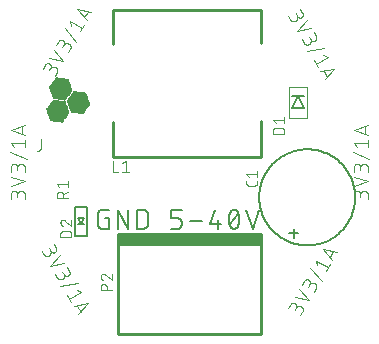
<source format=gbr>
G04 EAGLE Gerber RS-274X export*
G75*
%MOMM*%
%FSLAX34Y34*%
%LPD*%
%INSilkscreen Top*%
%IPPOS*%
%AMOC8*
5,1,8,0,0,1.08239X$1,22.5*%
G01*
%ADD10C,0.101600*%
%ADD11R,0.014731X0.014731*%
%ADD12R,0.147319X0.014731*%
%ADD13R,0.265175X0.014731*%
%ADD14R,0.383031X0.014731*%
%ADD15R,0.515619X0.014731*%
%ADD16R,0.633475X0.014731*%
%ADD17R,0.751331X0.014731*%
%ADD18R,0.883919X0.014731*%
%ADD19R,1.001775X0.014731*%
%ADD20R,1.119631X0.014731*%
%ADD21R,1.134363X0.014731*%
%ADD22R,1.149094X0.014731*%
%ADD23R,1.163825X0.014731*%
%ADD24R,1.178556X0.014731*%
%ADD25R,1.193288X0.014731*%
%ADD26R,1.222756X0.014731*%
%ADD27R,1.237488X0.014731*%
%ADD28R,1.266950X0.014731*%
%ADD29R,1.281681X0.014731*%
%ADD30R,1.311144X0.014731*%
%ADD31R,1.325881X0.014731*%
%ADD32R,1.355344X0.014731*%
%ADD33R,1.370075X0.014731*%
%ADD34R,1.384806X0.014731*%
%ADD35R,1.399538X0.014731*%
%ADD36R,1.414275X0.014731*%
%ADD37R,1.443738X0.014731*%
%ADD38R,1.458469X0.014731*%
%ADD39R,1.487931X0.014731*%
%ADD40R,1.502663X0.014731*%
%ADD41R,1.517394X0.014731*%
%ADD42R,1.532125X0.014731*%
%ADD43R,1.546856X0.014731*%
%ADD44R,1.576319X0.014731*%
%ADD45R,1.605788X0.014731*%
%ADD46R,1.620519X0.014731*%
%ADD47R,1.649981X0.014731*%
%ADD48R,1.664713X0.014731*%
%ADD49R,1.694175X0.014731*%
%ADD50R,1.708913X0.014731*%
%ADD51R,1.738375X0.014731*%
%ADD52R,1.753106X0.014731*%
%ADD53R,1.767838X0.014731*%
%ADD54R,1.782569X0.014731*%
%ADD55R,1.797306X0.014731*%
%ADD56R,0.117856X0.014731*%
%ADD57R,1.826769X0.014731*%
%ADD58R,0.235713X0.014731*%
%ADD59R,0.353569X0.014731*%
%ADD60R,1.856231X0.014731*%
%ADD61R,0.486156X0.014731*%
%ADD62R,1.870963X0.014731*%
%ADD63R,0.604013X0.014731*%
%ADD64R,0.721869X0.014731*%
%ADD65R,1.885694X0.014731*%
%ADD66R,0.839719X0.014731*%
%ADD67R,0.972306X0.014731*%
%ADD68R,1.090169X0.014731*%
%ADD69R,1.208025X0.014731*%
%ADD70R,1.252219X0.014731*%
%ADD71R,1.296412X0.014731*%
%ADD72R,1.340612X0.014731*%
%ADD73R,1.826763X0.014731*%
%ADD74R,1.414269X0.014731*%
%ADD75R,1.812031X0.014731*%
%ADD76R,1.429000X0.014731*%
%ADD77R,1.458462X0.014731*%
%ADD78R,1.473200X0.014731*%
%ADD79R,1.723644X0.014731*%
%ADD80R,1.694181X0.014731*%
%ADD81R,1.679450X0.014731*%
%ADD82R,1.561594X0.014731*%
%ADD83R,1.576325X0.014731*%
%ADD84R,1.591056X0.014731*%
%ADD85R,1.635250X0.014731*%
%ADD86R,1.561588X0.014731*%
%ADD87R,1.443731X0.014731*%
%ADD88R,1.797300X0.014731*%
%ADD89R,1.841500X0.014731*%
%ADD90R,1.311150X0.014731*%
%ADD91R,1.296419X0.014731*%
%ADD92R,1.193294X0.014731*%
%ADD93R,0.957575X0.014731*%
%ADD94R,0.589281X0.014731*%
%ADD95R,0.471425X0.014731*%
%ADD96R,0.220975X0.014731*%
%ADD97R,1.812038X0.014731*%
%ADD98R,0.103119X0.014731*%
%ADD99R,0.029463X0.014731*%
%ADD100R,0.162050X0.014731*%
%ADD101R,0.397763X0.014731*%
%ADD102R,0.648206X0.014731*%
%ADD103R,1.679444X0.014731*%
%ADD104R,1.016506X0.014731*%
%ADD105R,1.104900X0.014731*%
%ADD106R,1.222750X0.014731*%
%ADD107R,1.429006X0.014731*%
%ADD108R,1.208019X0.014731*%
%ADD109R,0.987044X0.014731*%
%ADD110R,0.854456X0.014731*%
%ADD111R,0.618744X0.014731*%
%ADD112R,0.500888X0.014731*%
%ADD113R,0.368300X0.014731*%
%ADD114R,0.132587X0.014731*%
%ADD115R,1.664719X0.014731*%
%ADD116R,1.075438X0.014731*%
%ADD117R,0.942844X0.014731*%
%ADD118R,0.707131X0.014731*%
%ADD119R,0.456694X0.014731*%
%ADD120R,0.088388X0.014731*%
%ADD121C,0.152400*%
%ADD122C,0.254000*%
%ADD123R,12.300000X1.000000*%
%ADD124C,0.076200*%
%ADD125C,0.203200*%
%ADD126C,0.127000*%


D10*
X429698Y469767D02*
X431320Y466956D01*
X431378Y466859D01*
X431440Y466764D01*
X431505Y466671D01*
X431573Y466581D01*
X431644Y466493D01*
X431719Y466407D01*
X431796Y466324D01*
X431876Y466244D01*
X431959Y466167D01*
X432045Y466092D01*
X432133Y466021D01*
X432223Y465953D01*
X432316Y465888D01*
X432411Y465826D01*
X432508Y465768D01*
X432607Y465713D01*
X432708Y465662D01*
X432811Y465614D01*
X432915Y465569D01*
X433021Y465529D01*
X433128Y465492D01*
X433236Y465459D01*
X433346Y465429D01*
X433456Y465404D01*
X433567Y465382D01*
X433679Y465365D01*
X433792Y465351D01*
X433905Y465341D01*
X434018Y465335D01*
X434131Y465333D01*
X434244Y465335D01*
X434357Y465341D01*
X434470Y465351D01*
X434583Y465365D01*
X434695Y465382D01*
X434806Y465404D01*
X434916Y465429D01*
X435026Y465459D01*
X435134Y465492D01*
X435241Y465529D01*
X435347Y465569D01*
X435451Y465614D01*
X435554Y465662D01*
X435655Y465713D01*
X435754Y465768D01*
X435851Y465826D01*
X435946Y465888D01*
X436039Y465953D01*
X436129Y466021D01*
X436217Y466092D01*
X436303Y466167D01*
X436386Y466244D01*
X436466Y466324D01*
X436543Y466407D01*
X436618Y466493D01*
X436689Y466581D01*
X436757Y466671D01*
X436822Y466764D01*
X436884Y466859D01*
X436942Y466956D01*
X436997Y467055D01*
X437048Y467156D01*
X437096Y467259D01*
X437141Y467363D01*
X437181Y467469D01*
X437218Y467576D01*
X437251Y467684D01*
X437281Y467794D01*
X437306Y467904D01*
X437328Y468015D01*
X437345Y468127D01*
X437359Y468240D01*
X437369Y468353D01*
X437375Y468466D01*
X437377Y468579D01*
X437375Y468692D01*
X437369Y468805D01*
X437359Y468918D01*
X437345Y469031D01*
X437328Y469143D01*
X437306Y469254D01*
X437281Y469364D01*
X437251Y469474D01*
X437218Y469582D01*
X437181Y469689D01*
X437141Y469795D01*
X437096Y469899D01*
X437048Y470002D01*
X436997Y470103D01*
X436942Y470202D01*
X441763Y472236D02*
X439816Y475609D01*
X441764Y472237D02*
X441813Y472148D01*
X441858Y472058D01*
X441900Y471967D01*
X441938Y471873D01*
X441972Y471779D01*
X442003Y471683D01*
X442030Y471586D01*
X442053Y471488D01*
X442073Y471389D01*
X442088Y471289D01*
X442100Y471189D01*
X442108Y471089D01*
X442112Y470988D01*
X442112Y470888D01*
X442108Y470787D01*
X442100Y470687D01*
X442088Y470587D01*
X442073Y470487D01*
X442053Y470388D01*
X442030Y470290D01*
X442003Y470193D01*
X441972Y470097D01*
X441938Y470003D01*
X441900Y469909D01*
X441858Y469818D01*
X441813Y469728D01*
X441764Y469640D01*
X441712Y469553D01*
X441657Y469469D01*
X441598Y469387D01*
X441536Y469308D01*
X441472Y469230D01*
X441404Y469156D01*
X441333Y469084D01*
X441260Y469015D01*
X441184Y468949D01*
X441106Y468885D01*
X441025Y468825D01*
X440942Y468768D01*
X440857Y468715D01*
X440770Y468664D01*
X440681Y468617D01*
X440590Y468574D01*
X440497Y468534D01*
X440403Y468498D01*
X440308Y468465D01*
X440211Y468436D01*
X440114Y468411D01*
X440015Y468390D01*
X439916Y468372D01*
X439816Y468359D01*
X439716Y468349D01*
X439616Y468343D01*
X439515Y468341D01*
X439414Y468343D01*
X439314Y468349D01*
X439214Y468359D01*
X439114Y468372D01*
X439015Y468390D01*
X438916Y468411D01*
X438819Y468436D01*
X438722Y468465D01*
X438627Y468498D01*
X438533Y468534D01*
X438440Y468574D01*
X438349Y468617D01*
X438260Y468664D01*
X438173Y468715D01*
X438088Y468768D01*
X438005Y468825D01*
X437924Y468885D01*
X437846Y468949D01*
X437770Y469015D01*
X437697Y469084D01*
X437626Y469156D01*
X437558Y469230D01*
X437494Y469308D01*
X437432Y469387D01*
X437373Y469469D01*
X437318Y469553D01*
X437266Y469640D01*
X435968Y471888D01*
X445207Y466273D02*
X437035Y457058D01*
X449101Y459527D01*
X441127Y449970D02*
X442750Y447159D01*
X442808Y447062D01*
X442870Y446967D01*
X442935Y446874D01*
X443003Y446784D01*
X443074Y446696D01*
X443149Y446610D01*
X443226Y446527D01*
X443306Y446447D01*
X443389Y446370D01*
X443475Y446295D01*
X443563Y446224D01*
X443653Y446156D01*
X443746Y446091D01*
X443841Y446029D01*
X443938Y445971D01*
X444037Y445916D01*
X444138Y445865D01*
X444241Y445817D01*
X444345Y445772D01*
X444451Y445732D01*
X444558Y445695D01*
X444666Y445662D01*
X444776Y445632D01*
X444886Y445607D01*
X444997Y445585D01*
X445109Y445568D01*
X445222Y445554D01*
X445335Y445544D01*
X445448Y445538D01*
X445561Y445536D01*
X445674Y445538D01*
X445787Y445544D01*
X445900Y445554D01*
X446013Y445568D01*
X446125Y445585D01*
X446236Y445607D01*
X446346Y445632D01*
X446456Y445662D01*
X446564Y445695D01*
X446671Y445732D01*
X446777Y445772D01*
X446881Y445817D01*
X446984Y445865D01*
X447085Y445916D01*
X447184Y445971D01*
X447281Y446029D01*
X447376Y446091D01*
X447469Y446156D01*
X447559Y446224D01*
X447647Y446295D01*
X447733Y446370D01*
X447816Y446447D01*
X447896Y446527D01*
X447973Y446610D01*
X448048Y446696D01*
X448119Y446784D01*
X448187Y446874D01*
X448252Y446967D01*
X448314Y447062D01*
X448372Y447159D01*
X448427Y447258D01*
X448478Y447359D01*
X448526Y447462D01*
X448571Y447566D01*
X448611Y447672D01*
X448648Y447779D01*
X448681Y447887D01*
X448711Y447997D01*
X448736Y448107D01*
X448758Y448218D01*
X448775Y448330D01*
X448789Y448443D01*
X448799Y448556D01*
X448805Y448669D01*
X448807Y448782D01*
X448805Y448895D01*
X448799Y449008D01*
X448789Y449121D01*
X448775Y449234D01*
X448758Y449346D01*
X448736Y449457D01*
X448711Y449567D01*
X448681Y449677D01*
X448648Y449785D01*
X448611Y449892D01*
X448571Y449998D01*
X448526Y450102D01*
X448478Y450205D01*
X448427Y450306D01*
X448372Y450405D01*
X453193Y452439D02*
X451246Y455812D01*
X453194Y452440D02*
X453243Y452351D01*
X453288Y452261D01*
X453330Y452170D01*
X453368Y452076D01*
X453402Y451982D01*
X453433Y451886D01*
X453460Y451789D01*
X453483Y451691D01*
X453503Y451592D01*
X453518Y451492D01*
X453530Y451392D01*
X453538Y451292D01*
X453542Y451191D01*
X453542Y451091D01*
X453538Y450990D01*
X453530Y450890D01*
X453518Y450790D01*
X453503Y450690D01*
X453483Y450591D01*
X453460Y450493D01*
X453433Y450396D01*
X453402Y450300D01*
X453368Y450206D01*
X453330Y450112D01*
X453288Y450021D01*
X453243Y449931D01*
X453194Y449843D01*
X453142Y449756D01*
X453087Y449672D01*
X453028Y449590D01*
X452966Y449511D01*
X452902Y449433D01*
X452834Y449359D01*
X452763Y449287D01*
X452690Y449218D01*
X452614Y449152D01*
X452536Y449088D01*
X452455Y449028D01*
X452372Y448971D01*
X452287Y448918D01*
X452200Y448867D01*
X452111Y448820D01*
X452020Y448777D01*
X451927Y448737D01*
X451833Y448701D01*
X451738Y448668D01*
X451641Y448639D01*
X451544Y448614D01*
X451445Y448593D01*
X451346Y448575D01*
X451246Y448562D01*
X451146Y448552D01*
X451046Y448546D01*
X450945Y448544D01*
X450844Y448546D01*
X450744Y448552D01*
X450644Y448562D01*
X450544Y448575D01*
X450445Y448593D01*
X450346Y448614D01*
X450249Y448639D01*
X450152Y448668D01*
X450057Y448701D01*
X449963Y448737D01*
X449870Y448777D01*
X449779Y448820D01*
X449690Y448867D01*
X449603Y448918D01*
X449518Y448971D01*
X449435Y449028D01*
X449354Y449088D01*
X449276Y449152D01*
X449200Y449218D01*
X449127Y449287D01*
X449056Y449359D01*
X448988Y449433D01*
X448924Y449511D01*
X448862Y449590D01*
X448803Y449672D01*
X448748Y449756D01*
X448696Y449843D01*
X448696Y449842D02*
X447398Y452091D01*
X445471Y439850D02*
X460435Y442493D01*
X459284Y436696D02*
X463156Y435183D01*
X453037Y429341D01*
X451414Y432152D02*
X454660Y426531D01*
X456805Y422816D02*
X468871Y425285D01*
X460699Y416070D01*
X462742Y418374D02*
X459821Y423433D01*
X497242Y318443D02*
X497242Y315198D01*
X497242Y318443D02*
X497240Y318556D01*
X497234Y318669D01*
X497224Y318782D01*
X497210Y318895D01*
X497193Y319007D01*
X497171Y319118D01*
X497146Y319228D01*
X497116Y319338D01*
X497083Y319446D01*
X497046Y319553D01*
X497006Y319659D01*
X496961Y319763D01*
X496913Y319866D01*
X496862Y319967D01*
X496807Y320066D01*
X496749Y320163D01*
X496687Y320258D01*
X496622Y320351D01*
X496554Y320441D01*
X496483Y320529D01*
X496408Y320615D01*
X496331Y320698D01*
X496251Y320778D01*
X496168Y320855D01*
X496082Y320930D01*
X495994Y321001D01*
X495904Y321069D01*
X495811Y321134D01*
X495716Y321196D01*
X495619Y321254D01*
X495520Y321309D01*
X495419Y321360D01*
X495316Y321408D01*
X495212Y321453D01*
X495106Y321493D01*
X494999Y321530D01*
X494891Y321563D01*
X494781Y321593D01*
X494671Y321618D01*
X494560Y321640D01*
X494448Y321657D01*
X494335Y321671D01*
X494222Y321681D01*
X494109Y321687D01*
X493996Y321689D01*
X493883Y321687D01*
X493770Y321681D01*
X493657Y321671D01*
X493544Y321657D01*
X493432Y321640D01*
X493321Y321618D01*
X493211Y321593D01*
X493101Y321563D01*
X492993Y321530D01*
X492886Y321493D01*
X492780Y321453D01*
X492676Y321408D01*
X492573Y321360D01*
X492472Y321309D01*
X492373Y321254D01*
X492276Y321196D01*
X492181Y321134D01*
X492088Y321069D01*
X491998Y321001D01*
X491910Y320930D01*
X491824Y320855D01*
X491741Y320778D01*
X491661Y320698D01*
X491584Y320615D01*
X491509Y320529D01*
X491438Y320441D01*
X491370Y320351D01*
X491305Y320258D01*
X491243Y320163D01*
X491185Y320066D01*
X491130Y319967D01*
X491079Y319866D01*
X491031Y319763D01*
X490986Y319659D01*
X490946Y319553D01*
X490909Y319446D01*
X490876Y319338D01*
X490846Y319228D01*
X490821Y319118D01*
X490799Y319007D01*
X490782Y318895D01*
X490768Y318782D01*
X490758Y318669D01*
X490752Y318556D01*
X490750Y318443D01*
X485558Y319093D02*
X485558Y315198D01*
X485558Y319093D02*
X485560Y319194D01*
X485566Y319294D01*
X485576Y319394D01*
X485589Y319494D01*
X485607Y319593D01*
X485628Y319692D01*
X485653Y319789D01*
X485682Y319886D01*
X485715Y319981D01*
X485751Y320075D01*
X485791Y320167D01*
X485834Y320258D01*
X485881Y320347D01*
X485931Y320434D01*
X485985Y320520D01*
X486042Y320603D01*
X486102Y320683D01*
X486165Y320762D01*
X486232Y320838D01*
X486301Y320911D01*
X486373Y320981D01*
X486447Y321049D01*
X486524Y321114D01*
X486604Y321175D01*
X486686Y321234D01*
X486770Y321289D01*
X486856Y321341D01*
X486944Y321390D01*
X487034Y321435D01*
X487126Y321477D01*
X487219Y321515D01*
X487314Y321549D01*
X487409Y321580D01*
X487506Y321607D01*
X487604Y321630D01*
X487703Y321650D01*
X487803Y321665D01*
X487903Y321677D01*
X488003Y321685D01*
X488104Y321689D01*
X488204Y321689D01*
X488305Y321685D01*
X488405Y321677D01*
X488505Y321665D01*
X488605Y321650D01*
X488704Y321630D01*
X488802Y321607D01*
X488899Y321580D01*
X488994Y321549D01*
X489089Y321515D01*
X489182Y321477D01*
X489274Y321435D01*
X489364Y321390D01*
X489452Y321341D01*
X489538Y321289D01*
X489622Y321234D01*
X489704Y321175D01*
X489784Y321114D01*
X489861Y321049D01*
X489935Y320981D01*
X490007Y320911D01*
X490076Y320838D01*
X490143Y320762D01*
X490206Y320683D01*
X490266Y320603D01*
X490323Y320520D01*
X490377Y320434D01*
X490427Y320347D01*
X490474Y320258D01*
X490517Y320167D01*
X490557Y320075D01*
X490593Y319981D01*
X490626Y319886D01*
X490655Y319789D01*
X490680Y319692D01*
X490701Y319593D01*
X490719Y319494D01*
X490732Y319394D01*
X490742Y319294D01*
X490748Y319194D01*
X490750Y319093D01*
X490751Y319093D02*
X490751Y316496D01*
X485558Y325979D02*
X497242Y329873D01*
X485558Y333768D01*
X497242Y338058D02*
X497242Y341303D01*
X497240Y341416D01*
X497234Y341529D01*
X497224Y341642D01*
X497210Y341755D01*
X497193Y341867D01*
X497171Y341978D01*
X497146Y342088D01*
X497116Y342198D01*
X497083Y342306D01*
X497046Y342413D01*
X497006Y342519D01*
X496961Y342623D01*
X496913Y342726D01*
X496862Y342827D01*
X496807Y342926D01*
X496749Y343023D01*
X496687Y343118D01*
X496622Y343211D01*
X496554Y343301D01*
X496483Y343389D01*
X496408Y343475D01*
X496331Y343558D01*
X496251Y343638D01*
X496168Y343715D01*
X496082Y343790D01*
X495994Y343861D01*
X495904Y343929D01*
X495811Y343994D01*
X495716Y344056D01*
X495619Y344114D01*
X495520Y344169D01*
X495419Y344220D01*
X495316Y344268D01*
X495212Y344313D01*
X495106Y344353D01*
X494999Y344390D01*
X494891Y344423D01*
X494781Y344453D01*
X494671Y344478D01*
X494560Y344500D01*
X494448Y344517D01*
X494335Y344531D01*
X494222Y344541D01*
X494109Y344547D01*
X493996Y344549D01*
X493883Y344547D01*
X493770Y344541D01*
X493657Y344531D01*
X493544Y344517D01*
X493432Y344500D01*
X493321Y344478D01*
X493211Y344453D01*
X493101Y344423D01*
X492993Y344390D01*
X492886Y344353D01*
X492780Y344313D01*
X492676Y344268D01*
X492573Y344220D01*
X492472Y344169D01*
X492373Y344114D01*
X492276Y344056D01*
X492181Y343994D01*
X492088Y343929D01*
X491998Y343861D01*
X491910Y343790D01*
X491824Y343715D01*
X491741Y343638D01*
X491661Y343558D01*
X491584Y343475D01*
X491509Y343389D01*
X491438Y343301D01*
X491370Y343211D01*
X491305Y343118D01*
X491243Y343023D01*
X491185Y342926D01*
X491130Y342827D01*
X491079Y342726D01*
X491031Y342623D01*
X490986Y342519D01*
X490946Y342413D01*
X490909Y342306D01*
X490876Y342198D01*
X490846Y342088D01*
X490821Y341978D01*
X490799Y341867D01*
X490782Y341755D01*
X490768Y341642D01*
X490758Y341529D01*
X490752Y341416D01*
X490750Y341303D01*
X485558Y341953D02*
X485558Y338058D01*
X485558Y341953D02*
X485560Y342054D01*
X485566Y342154D01*
X485576Y342254D01*
X485589Y342354D01*
X485607Y342453D01*
X485628Y342552D01*
X485653Y342649D01*
X485682Y342746D01*
X485715Y342841D01*
X485751Y342935D01*
X485791Y343027D01*
X485834Y343118D01*
X485881Y343207D01*
X485931Y343294D01*
X485985Y343380D01*
X486042Y343463D01*
X486102Y343543D01*
X486165Y343622D01*
X486232Y343698D01*
X486301Y343771D01*
X486373Y343841D01*
X486447Y343909D01*
X486524Y343974D01*
X486604Y344035D01*
X486686Y344094D01*
X486770Y344149D01*
X486856Y344201D01*
X486944Y344250D01*
X487034Y344295D01*
X487126Y344337D01*
X487219Y344375D01*
X487314Y344409D01*
X487409Y344440D01*
X487506Y344467D01*
X487604Y344490D01*
X487703Y344510D01*
X487803Y344525D01*
X487903Y344537D01*
X488003Y344545D01*
X488104Y344549D01*
X488204Y344549D01*
X488305Y344545D01*
X488405Y344537D01*
X488505Y344525D01*
X488605Y344510D01*
X488704Y344490D01*
X488802Y344467D01*
X488899Y344440D01*
X488994Y344409D01*
X489089Y344375D01*
X489182Y344337D01*
X489274Y344295D01*
X489364Y344250D01*
X489452Y344201D01*
X489538Y344149D01*
X489622Y344094D01*
X489704Y344035D01*
X489784Y343974D01*
X489861Y343909D01*
X489935Y343841D01*
X490007Y343771D01*
X490076Y343698D01*
X490143Y343622D01*
X490206Y343543D01*
X490266Y343463D01*
X490323Y343380D01*
X490377Y343294D01*
X490427Y343207D01*
X490474Y343118D01*
X490517Y343027D01*
X490557Y342935D01*
X490593Y342841D01*
X490626Y342746D01*
X490655Y342649D01*
X490680Y342552D01*
X490701Y342453D01*
X490719Y342354D01*
X490732Y342254D01*
X490742Y342154D01*
X490748Y342054D01*
X490750Y341953D01*
X490751Y341953D02*
X490751Y339356D01*
X498540Y348994D02*
X484260Y354187D01*
X488154Y358632D02*
X485558Y361877D01*
X497242Y361877D01*
X497242Y358632D02*
X497242Y365123D01*
X497242Y369413D02*
X485558Y373307D01*
X497242Y377202D01*
X494321Y376228D02*
X494321Y370386D01*
X441693Y219284D02*
X440070Y216473D01*
X441693Y219284D02*
X441748Y219383D01*
X441799Y219484D01*
X441847Y219587D01*
X441892Y219691D01*
X441932Y219797D01*
X441969Y219904D01*
X442002Y220012D01*
X442032Y220122D01*
X442057Y220232D01*
X442079Y220343D01*
X442096Y220455D01*
X442110Y220568D01*
X442120Y220681D01*
X442126Y220794D01*
X442128Y220907D01*
X442126Y221020D01*
X442120Y221133D01*
X442110Y221246D01*
X442096Y221359D01*
X442079Y221471D01*
X442057Y221582D01*
X442032Y221692D01*
X442002Y221802D01*
X441969Y221910D01*
X441932Y222017D01*
X441892Y222123D01*
X441847Y222227D01*
X441799Y222330D01*
X441748Y222431D01*
X441693Y222530D01*
X441635Y222627D01*
X441573Y222722D01*
X441508Y222815D01*
X441440Y222905D01*
X441369Y222993D01*
X441294Y223079D01*
X441217Y223162D01*
X441137Y223242D01*
X441054Y223319D01*
X440968Y223394D01*
X440880Y223465D01*
X440790Y223533D01*
X440697Y223598D01*
X440602Y223660D01*
X440505Y223718D01*
X440406Y223773D01*
X440305Y223824D01*
X440202Y223872D01*
X440098Y223917D01*
X439992Y223957D01*
X439885Y223994D01*
X439777Y224027D01*
X439667Y224057D01*
X439557Y224082D01*
X439446Y224104D01*
X439334Y224121D01*
X439221Y224135D01*
X439108Y224145D01*
X438995Y224151D01*
X438882Y224153D01*
X438769Y224151D01*
X438656Y224145D01*
X438543Y224135D01*
X438430Y224121D01*
X438318Y224104D01*
X438207Y224082D01*
X438097Y224057D01*
X437987Y224027D01*
X437879Y223994D01*
X437772Y223957D01*
X437666Y223917D01*
X437562Y223872D01*
X437459Y223824D01*
X437358Y223773D01*
X437259Y223718D01*
X437162Y223660D01*
X437067Y223598D01*
X436974Y223533D01*
X436884Y223465D01*
X436796Y223394D01*
X436710Y223319D01*
X436627Y223242D01*
X436547Y223162D01*
X436470Y223079D01*
X436395Y222993D01*
X436324Y222905D01*
X436256Y222815D01*
X436191Y222722D01*
X436129Y222627D01*
X436071Y222530D01*
X431899Y225688D02*
X429952Y222315D01*
X431899Y225688D02*
X431951Y225774D01*
X432006Y225858D01*
X432065Y225940D01*
X432126Y226020D01*
X432191Y226097D01*
X432259Y226171D01*
X432329Y226243D01*
X432402Y226312D01*
X432478Y226379D01*
X432557Y226442D01*
X432637Y226502D01*
X432720Y226559D01*
X432806Y226613D01*
X432893Y226663D01*
X432982Y226710D01*
X433073Y226753D01*
X433165Y226793D01*
X433259Y226829D01*
X433354Y226862D01*
X433451Y226891D01*
X433548Y226916D01*
X433647Y226937D01*
X433746Y226955D01*
X433846Y226968D01*
X433946Y226978D01*
X434046Y226984D01*
X434147Y226986D01*
X434248Y226984D01*
X434348Y226978D01*
X434448Y226968D01*
X434548Y226955D01*
X434647Y226937D01*
X434746Y226916D01*
X434843Y226891D01*
X434940Y226862D01*
X435035Y226829D01*
X435129Y226793D01*
X435221Y226753D01*
X435312Y226710D01*
X435401Y226663D01*
X435488Y226613D01*
X435574Y226559D01*
X435657Y226502D01*
X435737Y226442D01*
X435816Y226379D01*
X435892Y226312D01*
X435965Y226243D01*
X436035Y226171D01*
X436103Y226097D01*
X436168Y226020D01*
X436229Y225940D01*
X436288Y225858D01*
X436343Y225774D01*
X436395Y225688D01*
X436444Y225600D01*
X436489Y225510D01*
X436531Y225418D01*
X436569Y225325D01*
X436603Y225230D01*
X436634Y225135D01*
X436661Y225038D01*
X436684Y224940D01*
X436704Y224841D01*
X436719Y224741D01*
X436731Y224641D01*
X436739Y224541D01*
X436743Y224440D01*
X436743Y224340D01*
X436739Y224239D01*
X436731Y224139D01*
X436719Y224039D01*
X436704Y223939D01*
X436684Y223840D01*
X436661Y223742D01*
X436634Y223645D01*
X436603Y223550D01*
X436569Y223455D01*
X436531Y223362D01*
X436489Y223270D01*
X436444Y223180D01*
X436395Y223092D01*
X436396Y223092D02*
X435098Y220843D01*
X435342Y231652D02*
X447408Y229183D01*
X439237Y238397D01*
X451500Y236271D02*
X453123Y239081D01*
X453178Y239180D01*
X453229Y239281D01*
X453277Y239384D01*
X453322Y239488D01*
X453362Y239594D01*
X453399Y239701D01*
X453432Y239809D01*
X453462Y239919D01*
X453487Y240029D01*
X453509Y240140D01*
X453526Y240252D01*
X453540Y240365D01*
X453550Y240478D01*
X453556Y240591D01*
X453558Y240704D01*
X453556Y240817D01*
X453550Y240930D01*
X453540Y241043D01*
X453526Y241156D01*
X453509Y241268D01*
X453487Y241379D01*
X453462Y241489D01*
X453432Y241599D01*
X453399Y241707D01*
X453362Y241814D01*
X453322Y241920D01*
X453277Y242024D01*
X453229Y242127D01*
X453178Y242228D01*
X453123Y242327D01*
X453065Y242424D01*
X453003Y242519D01*
X452938Y242612D01*
X452870Y242702D01*
X452799Y242790D01*
X452724Y242876D01*
X452647Y242959D01*
X452567Y243039D01*
X452484Y243116D01*
X452398Y243191D01*
X452310Y243262D01*
X452220Y243330D01*
X452127Y243395D01*
X452032Y243457D01*
X451935Y243515D01*
X451836Y243570D01*
X451735Y243621D01*
X451632Y243669D01*
X451528Y243714D01*
X451422Y243754D01*
X451315Y243791D01*
X451207Y243824D01*
X451097Y243854D01*
X450987Y243879D01*
X450876Y243901D01*
X450764Y243918D01*
X450651Y243932D01*
X450538Y243942D01*
X450425Y243948D01*
X450312Y243950D01*
X450199Y243948D01*
X450086Y243942D01*
X449973Y243932D01*
X449860Y243918D01*
X449748Y243901D01*
X449637Y243879D01*
X449527Y243854D01*
X449417Y243824D01*
X449309Y243791D01*
X449202Y243754D01*
X449096Y243714D01*
X448992Y243669D01*
X448889Y243621D01*
X448788Y243570D01*
X448689Y243515D01*
X448592Y243457D01*
X448497Y243395D01*
X448404Y243330D01*
X448314Y243262D01*
X448226Y243191D01*
X448140Y243116D01*
X448057Y243039D01*
X447977Y242959D01*
X447900Y242876D01*
X447825Y242790D01*
X447754Y242702D01*
X447686Y242612D01*
X447621Y242519D01*
X447559Y242424D01*
X447501Y242327D01*
X443329Y245485D02*
X441381Y242113D01*
X443329Y245485D02*
X443381Y245571D01*
X443436Y245655D01*
X443495Y245737D01*
X443556Y245817D01*
X443621Y245894D01*
X443689Y245968D01*
X443759Y246040D01*
X443832Y246109D01*
X443908Y246176D01*
X443987Y246239D01*
X444067Y246299D01*
X444150Y246356D01*
X444236Y246410D01*
X444323Y246460D01*
X444412Y246507D01*
X444503Y246550D01*
X444595Y246590D01*
X444689Y246626D01*
X444784Y246659D01*
X444881Y246688D01*
X444978Y246713D01*
X445077Y246734D01*
X445176Y246752D01*
X445276Y246765D01*
X445376Y246775D01*
X445476Y246781D01*
X445577Y246783D01*
X445678Y246781D01*
X445778Y246775D01*
X445878Y246765D01*
X445978Y246752D01*
X446077Y246734D01*
X446176Y246713D01*
X446273Y246688D01*
X446370Y246659D01*
X446465Y246626D01*
X446559Y246590D01*
X446651Y246550D01*
X446742Y246507D01*
X446831Y246460D01*
X446918Y246410D01*
X447004Y246356D01*
X447087Y246299D01*
X447167Y246239D01*
X447246Y246176D01*
X447322Y246109D01*
X447395Y246040D01*
X447465Y245968D01*
X447533Y245894D01*
X447598Y245817D01*
X447659Y245737D01*
X447718Y245655D01*
X447773Y245571D01*
X447825Y245485D01*
X447874Y245397D01*
X447919Y245307D01*
X447961Y245215D01*
X447999Y245122D01*
X448033Y245027D01*
X448064Y244932D01*
X448091Y244835D01*
X448114Y244737D01*
X448134Y244638D01*
X448149Y244538D01*
X448161Y244438D01*
X448169Y244338D01*
X448173Y244237D01*
X448173Y244137D01*
X448169Y244036D01*
X448161Y243936D01*
X448149Y243836D01*
X448134Y243736D01*
X448114Y243637D01*
X448091Y243539D01*
X448064Y243442D01*
X448033Y243347D01*
X447999Y243252D01*
X447961Y243159D01*
X447919Y243067D01*
X447874Y242977D01*
X447825Y242889D01*
X447826Y242889D02*
X446528Y240640D01*
X458092Y245092D02*
X448322Y256730D01*
X453917Y258632D02*
X453291Y262741D01*
X463410Y256899D01*
X461787Y254088D02*
X465033Y259710D01*
X467177Y263425D02*
X459006Y272639D01*
X471072Y270170D01*
X468056Y270788D02*
X465135Y265728D01*
X222519Y268084D02*
X220896Y270894D01*
X222518Y268083D02*
X222576Y267986D01*
X222638Y267891D01*
X222703Y267798D01*
X222771Y267708D01*
X222842Y267620D01*
X222917Y267534D01*
X222994Y267451D01*
X223074Y267371D01*
X223157Y267294D01*
X223243Y267219D01*
X223331Y267148D01*
X223421Y267080D01*
X223514Y267015D01*
X223609Y266953D01*
X223706Y266895D01*
X223805Y266840D01*
X223906Y266789D01*
X224009Y266741D01*
X224113Y266696D01*
X224219Y266656D01*
X224326Y266619D01*
X224434Y266586D01*
X224544Y266556D01*
X224654Y266531D01*
X224765Y266509D01*
X224877Y266492D01*
X224990Y266478D01*
X225103Y266468D01*
X225216Y266462D01*
X225329Y266460D01*
X225442Y266462D01*
X225555Y266468D01*
X225668Y266478D01*
X225781Y266492D01*
X225893Y266509D01*
X226004Y266531D01*
X226114Y266556D01*
X226224Y266586D01*
X226332Y266619D01*
X226439Y266656D01*
X226545Y266696D01*
X226649Y266741D01*
X226752Y266789D01*
X226853Y266840D01*
X226952Y266895D01*
X227049Y266953D01*
X227144Y267015D01*
X227237Y267080D01*
X227327Y267148D01*
X227415Y267219D01*
X227501Y267294D01*
X227584Y267371D01*
X227664Y267451D01*
X227741Y267534D01*
X227816Y267620D01*
X227887Y267708D01*
X227955Y267798D01*
X228020Y267891D01*
X228082Y267986D01*
X228140Y268083D01*
X228195Y268182D01*
X228246Y268283D01*
X228294Y268386D01*
X228339Y268490D01*
X228379Y268596D01*
X228416Y268703D01*
X228449Y268811D01*
X228479Y268921D01*
X228504Y269031D01*
X228526Y269142D01*
X228543Y269254D01*
X228557Y269367D01*
X228567Y269480D01*
X228573Y269593D01*
X228575Y269706D01*
X228573Y269819D01*
X228567Y269932D01*
X228557Y270045D01*
X228543Y270158D01*
X228526Y270270D01*
X228504Y270381D01*
X228479Y270491D01*
X228449Y270601D01*
X228416Y270709D01*
X228379Y270816D01*
X228339Y270922D01*
X228294Y271026D01*
X228246Y271129D01*
X228195Y271230D01*
X228140Y271329D01*
X232962Y273363D02*
X231015Y276736D01*
X232962Y273364D02*
X233011Y273275D01*
X233056Y273185D01*
X233098Y273094D01*
X233136Y273000D01*
X233170Y272906D01*
X233201Y272810D01*
X233228Y272713D01*
X233251Y272615D01*
X233271Y272516D01*
X233286Y272416D01*
X233298Y272316D01*
X233306Y272216D01*
X233310Y272115D01*
X233310Y272015D01*
X233306Y271914D01*
X233298Y271814D01*
X233286Y271714D01*
X233271Y271614D01*
X233251Y271515D01*
X233228Y271417D01*
X233201Y271320D01*
X233170Y271224D01*
X233136Y271130D01*
X233098Y271036D01*
X233056Y270945D01*
X233011Y270855D01*
X232962Y270767D01*
X232910Y270680D01*
X232855Y270596D01*
X232796Y270514D01*
X232734Y270435D01*
X232670Y270357D01*
X232602Y270283D01*
X232531Y270211D01*
X232458Y270142D01*
X232382Y270076D01*
X232304Y270012D01*
X232223Y269952D01*
X232140Y269895D01*
X232055Y269842D01*
X231968Y269791D01*
X231879Y269744D01*
X231788Y269701D01*
X231695Y269661D01*
X231601Y269625D01*
X231506Y269592D01*
X231409Y269563D01*
X231312Y269538D01*
X231213Y269517D01*
X231114Y269499D01*
X231014Y269486D01*
X230914Y269476D01*
X230814Y269470D01*
X230713Y269468D01*
X230612Y269470D01*
X230512Y269476D01*
X230412Y269486D01*
X230312Y269499D01*
X230213Y269517D01*
X230114Y269538D01*
X230017Y269563D01*
X229920Y269592D01*
X229825Y269625D01*
X229731Y269661D01*
X229638Y269701D01*
X229547Y269744D01*
X229458Y269791D01*
X229371Y269842D01*
X229286Y269895D01*
X229203Y269952D01*
X229122Y270012D01*
X229044Y270076D01*
X228968Y270142D01*
X228895Y270211D01*
X228824Y270283D01*
X228756Y270357D01*
X228692Y270435D01*
X228630Y270514D01*
X228571Y270596D01*
X228516Y270680D01*
X228464Y270767D01*
X228465Y270767D02*
X227166Y273016D01*
X236405Y267400D02*
X228234Y258185D01*
X240300Y260654D01*
X232326Y251097D02*
X233949Y248286D01*
X233948Y248286D02*
X234006Y248189D01*
X234068Y248094D01*
X234133Y248001D01*
X234201Y247911D01*
X234272Y247823D01*
X234347Y247737D01*
X234424Y247654D01*
X234504Y247574D01*
X234587Y247497D01*
X234673Y247422D01*
X234761Y247351D01*
X234851Y247283D01*
X234944Y247218D01*
X235039Y247156D01*
X235136Y247098D01*
X235235Y247043D01*
X235336Y246992D01*
X235439Y246944D01*
X235543Y246899D01*
X235649Y246859D01*
X235756Y246822D01*
X235864Y246789D01*
X235974Y246759D01*
X236084Y246734D01*
X236195Y246712D01*
X236307Y246695D01*
X236420Y246681D01*
X236533Y246671D01*
X236646Y246665D01*
X236759Y246663D01*
X236872Y246665D01*
X236985Y246671D01*
X237098Y246681D01*
X237211Y246695D01*
X237323Y246712D01*
X237434Y246734D01*
X237544Y246759D01*
X237654Y246789D01*
X237762Y246822D01*
X237869Y246859D01*
X237975Y246899D01*
X238079Y246944D01*
X238182Y246992D01*
X238283Y247043D01*
X238382Y247098D01*
X238479Y247156D01*
X238574Y247218D01*
X238667Y247283D01*
X238757Y247351D01*
X238845Y247422D01*
X238931Y247497D01*
X239014Y247574D01*
X239094Y247654D01*
X239171Y247737D01*
X239246Y247823D01*
X239317Y247911D01*
X239385Y248001D01*
X239450Y248094D01*
X239512Y248189D01*
X239570Y248286D01*
X239625Y248385D01*
X239676Y248486D01*
X239724Y248589D01*
X239769Y248693D01*
X239809Y248799D01*
X239846Y248906D01*
X239879Y249014D01*
X239909Y249124D01*
X239934Y249234D01*
X239956Y249345D01*
X239973Y249457D01*
X239987Y249570D01*
X239997Y249683D01*
X240003Y249796D01*
X240005Y249909D01*
X240003Y250022D01*
X239997Y250135D01*
X239987Y250248D01*
X239973Y250361D01*
X239956Y250473D01*
X239934Y250584D01*
X239909Y250694D01*
X239879Y250804D01*
X239846Y250912D01*
X239809Y251019D01*
X239769Y251125D01*
X239724Y251229D01*
X239676Y251332D01*
X239625Y251433D01*
X239570Y251532D01*
X244392Y253566D02*
X242444Y256939D01*
X244392Y253567D02*
X244441Y253478D01*
X244486Y253388D01*
X244528Y253297D01*
X244566Y253203D01*
X244600Y253109D01*
X244631Y253013D01*
X244658Y252916D01*
X244681Y252818D01*
X244701Y252719D01*
X244716Y252619D01*
X244728Y252519D01*
X244736Y252419D01*
X244740Y252318D01*
X244740Y252218D01*
X244736Y252117D01*
X244728Y252017D01*
X244716Y251917D01*
X244701Y251817D01*
X244681Y251718D01*
X244658Y251620D01*
X244631Y251523D01*
X244600Y251427D01*
X244566Y251333D01*
X244528Y251239D01*
X244486Y251148D01*
X244441Y251058D01*
X244392Y250970D01*
X244340Y250883D01*
X244285Y250799D01*
X244226Y250717D01*
X244164Y250638D01*
X244100Y250560D01*
X244032Y250486D01*
X243961Y250414D01*
X243888Y250345D01*
X243812Y250279D01*
X243734Y250215D01*
X243653Y250155D01*
X243570Y250098D01*
X243485Y250045D01*
X243398Y249994D01*
X243309Y249947D01*
X243218Y249904D01*
X243125Y249864D01*
X243031Y249828D01*
X242936Y249795D01*
X242839Y249766D01*
X242742Y249741D01*
X242643Y249720D01*
X242544Y249702D01*
X242444Y249689D01*
X242344Y249679D01*
X242244Y249673D01*
X242143Y249671D01*
X242042Y249673D01*
X241942Y249679D01*
X241842Y249689D01*
X241742Y249702D01*
X241643Y249720D01*
X241544Y249741D01*
X241447Y249766D01*
X241350Y249795D01*
X241255Y249828D01*
X241161Y249864D01*
X241068Y249904D01*
X240977Y249947D01*
X240888Y249994D01*
X240801Y250045D01*
X240716Y250098D01*
X240633Y250155D01*
X240552Y250215D01*
X240474Y250279D01*
X240398Y250345D01*
X240325Y250414D01*
X240254Y250486D01*
X240186Y250560D01*
X240122Y250638D01*
X240060Y250717D01*
X240001Y250799D01*
X239946Y250883D01*
X239894Y250970D01*
X239895Y250970D02*
X238596Y253218D01*
X236670Y240977D02*
X251633Y243620D01*
X250483Y237823D02*
X254354Y236311D01*
X244236Y230469D01*
X242613Y233279D02*
X245858Y227658D01*
X248003Y223943D02*
X260069Y226412D01*
X251898Y217197D01*
X253941Y219501D02*
X251020Y224560D01*
X206842Y315198D02*
X206842Y318443D01*
X206840Y318556D01*
X206834Y318669D01*
X206824Y318782D01*
X206810Y318895D01*
X206793Y319007D01*
X206771Y319118D01*
X206746Y319228D01*
X206716Y319338D01*
X206683Y319446D01*
X206646Y319553D01*
X206606Y319659D01*
X206561Y319763D01*
X206513Y319866D01*
X206462Y319967D01*
X206407Y320066D01*
X206349Y320163D01*
X206287Y320258D01*
X206222Y320351D01*
X206154Y320441D01*
X206083Y320529D01*
X206008Y320615D01*
X205931Y320698D01*
X205851Y320778D01*
X205768Y320855D01*
X205682Y320930D01*
X205594Y321001D01*
X205504Y321069D01*
X205411Y321134D01*
X205316Y321196D01*
X205219Y321254D01*
X205120Y321309D01*
X205019Y321360D01*
X204916Y321408D01*
X204812Y321453D01*
X204706Y321493D01*
X204599Y321530D01*
X204491Y321563D01*
X204381Y321593D01*
X204271Y321618D01*
X204160Y321640D01*
X204048Y321657D01*
X203935Y321671D01*
X203822Y321681D01*
X203709Y321687D01*
X203596Y321689D01*
X203483Y321687D01*
X203370Y321681D01*
X203257Y321671D01*
X203144Y321657D01*
X203032Y321640D01*
X202921Y321618D01*
X202811Y321593D01*
X202701Y321563D01*
X202593Y321530D01*
X202486Y321493D01*
X202380Y321453D01*
X202276Y321408D01*
X202173Y321360D01*
X202072Y321309D01*
X201973Y321254D01*
X201876Y321196D01*
X201781Y321134D01*
X201688Y321069D01*
X201598Y321001D01*
X201510Y320930D01*
X201424Y320855D01*
X201341Y320778D01*
X201261Y320698D01*
X201184Y320615D01*
X201109Y320529D01*
X201038Y320441D01*
X200970Y320351D01*
X200905Y320258D01*
X200843Y320163D01*
X200785Y320066D01*
X200730Y319967D01*
X200679Y319866D01*
X200631Y319763D01*
X200586Y319659D01*
X200546Y319553D01*
X200509Y319446D01*
X200476Y319338D01*
X200446Y319228D01*
X200421Y319118D01*
X200399Y319007D01*
X200382Y318895D01*
X200368Y318782D01*
X200358Y318669D01*
X200352Y318556D01*
X200350Y318443D01*
X195158Y319093D02*
X195158Y315198D01*
X195158Y319093D02*
X195160Y319194D01*
X195166Y319294D01*
X195176Y319394D01*
X195189Y319494D01*
X195207Y319593D01*
X195228Y319692D01*
X195253Y319789D01*
X195282Y319886D01*
X195315Y319981D01*
X195351Y320075D01*
X195391Y320167D01*
X195434Y320258D01*
X195481Y320347D01*
X195531Y320434D01*
X195585Y320520D01*
X195642Y320603D01*
X195702Y320683D01*
X195765Y320762D01*
X195832Y320838D01*
X195901Y320911D01*
X195973Y320981D01*
X196047Y321049D01*
X196124Y321114D01*
X196204Y321175D01*
X196286Y321234D01*
X196370Y321289D01*
X196456Y321341D01*
X196544Y321390D01*
X196634Y321435D01*
X196726Y321477D01*
X196819Y321515D01*
X196914Y321549D01*
X197009Y321580D01*
X197106Y321607D01*
X197204Y321630D01*
X197303Y321650D01*
X197403Y321665D01*
X197503Y321677D01*
X197603Y321685D01*
X197704Y321689D01*
X197804Y321689D01*
X197905Y321685D01*
X198005Y321677D01*
X198105Y321665D01*
X198205Y321650D01*
X198304Y321630D01*
X198402Y321607D01*
X198499Y321580D01*
X198594Y321549D01*
X198689Y321515D01*
X198782Y321477D01*
X198874Y321435D01*
X198964Y321390D01*
X199052Y321341D01*
X199138Y321289D01*
X199222Y321234D01*
X199304Y321175D01*
X199384Y321114D01*
X199461Y321049D01*
X199535Y320981D01*
X199607Y320911D01*
X199676Y320838D01*
X199743Y320762D01*
X199806Y320683D01*
X199866Y320603D01*
X199923Y320520D01*
X199977Y320434D01*
X200027Y320347D01*
X200074Y320258D01*
X200117Y320167D01*
X200157Y320075D01*
X200193Y319981D01*
X200226Y319886D01*
X200255Y319789D01*
X200280Y319692D01*
X200301Y319593D01*
X200319Y319494D01*
X200332Y319394D01*
X200342Y319294D01*
X200348Y319194D01*
X200350Y319093D01*
X200351Y319093D02*
X200351Y316496D01*
X195158Y325979D02*
X206842Y329873D01*
X195158Y333768D01*
X206842Y338058D02*
X206842Y341303D01*
X206840Y341416D01*
X206834Y341529D01*
X206824Y341642D01*
X206810Y341755D01*
X206793Y341867D01*
X206771Y341978D01*
X206746Y342088D01*
X206716Y342198D01*
X206683Y342306D01*
X206646Y342413D01*
X206606Y342519D01*
X206561Y342623D01*
X206513Y342726D01*
X206462Y342827D01*
X206407Y342926D01*
X206349Y343023D01*
X206287Y343118D01*
X206222Y343211D01*
X206154Y343301D01*
X206083Y343389D01*
X206008Y343475D01*
X205931Y343558D01*
X205851Y343638D01*
X205768Y343715D01*
X205682Y343790D01*
X205594Y343861D01*
X205504Y343929D01*
X205411Y343994D01*
X205316Y344056D01*
X205219Y344114D01*
X205120Y344169D01*
X205019Y344220D01*
X204916Y344268D01*
X204812Y344313D01*
X204706Y344353D01*
X204599Y344390D01*
X204491Y344423D01*
X204381Y344453D01*
X204271Y344478D01*
X204160Y344500D01*
X204048Y344517D01*
X203935Y344531D01*
X203822Y344541D01*
X203709Y344547D01*
X203596Y344549D01*
X203483Y344547D01*
X203370Y344541D01*
X203257Y344531D01*
X203144Y344517D01*
X203032Y344500D01*
X202921Y344478D01*
X202811Y344453D01*
X202701Y344423D01*
X202593Y344390D01*
X202486Y344353D01*
X202380Y344313D01*
X202276Y344268D01*
X202173Y344220D01*
X202072Y344169D01*
X201973Y344114D01*
X201876Y344056D01*
X201781Y343994D01*
X201688Y343929D01*
X201598Y343861D01*
X201510Y343790D01*
X201424Y343715D01*
X201341Y343638D01*
X201261Y343558D01*
X201184Y343475D01*
X201109Y343389D01*
X201038Y343301D01*
X200970Y343211D01*
X200905Y343118D01*
X200843Y343023D01*
X200785Y342926D01*
X200730Y342827D01*
X200679Y342726D01*
X200631Y342623D01*
X200586Y342519D01*
X200546Y342413D01*
X200509Y342306D01*
X200476Y342198D01*
X200446Y342088D01*
X200421Y341978D01*
X200399Y341867D01*
X200382Y341755D01*
X200368Y341642D01*
X200358Y341529D01*
X200352Y341416D01*
X200350Y341303D01*
X195158Y341953D02*
X195158Y338058D01*
X195158Y341953D02*
X195160Y342054D01*
X195166Y342154D01*
X195176Y342254D01*
X195189Y342354D01*
X195207Y342453D01*
X195228Y342552D01*
X195253Y342649D01*
X195282Y342746D01*
X195315Y342841D01*
X195351Y342935D01*
X195391Y343027D01*
X195434Y343118D01*
X195481Y343207D01*
X195531Y343294D01*
X195585Y343380D01*
X195642Y343463D01*
X195702Y343543D01*
X195765Y343622D01*
X195832Y343698D01*
X195901Y343771D01*
X195973Y343841D01*
X196047Y343909D01*
X196124Y343974D01*
X196204Y344035D01*
X196286Y344094D01*
X196370Y344149D01*
X196456Y344201D01*
X196544Y344250D01*
X196634Y344295D01*
X196726Y344337D01*
X196819Y344375D01*
X196914Y344409D01*
X197009Y344440D01*
X197106Y344467D01*
X197204Y344490D01*
X197303Y344510D01*
X197403Y344525D01*
X197503Y344537D01*
X197603Y344545D01*
X197704Y344549D01*
X197804Y344549D01*
X197905Y344545D01*
X198005Y344537D01*
X198105Y344525D01*
X198205Y344510D01*
X198304Y344490D01*
X198402Y344467D01*
X198499Y344440D01*
X198594Y344409D01*
X198689Y344375D01*
X198782Y344337D01*
X198874Y344295D01*
X198964Y344250D01*
X199052Y344201D01*
X199138Y344149D01*
X199222Y344094D01*
X199304Y344035D01*
X199384Y343974D01*
X199461Y343909D01*
X199535Y343841D01*
X199607Y343771D01*
X199676Y343698D01*
X199743Y343622D01*
X199806Y343543D01*
X199866Y343463D01*
X199923Y343380D01*
X199977Y343294D01*
X200027Y343207D01*
X200074Y343118D01*
X200117Y343027D01*
X200157Y342935D01*
X200193Y342841D01*
X200226Y342746D01*
X200255Y342649D01*
X200280Y342552D01*
X200301Y342453D01*
X200319Y342354D01*
X200332Y342254D01*
X200342Y342154D01*
X200348Y342054D01*
X200350Y341953D01*
X200351Y341953D02*
X200351Y339356D01*
X208140Y348994D02*
X193860Y354187D01*
X197754Y358632D02*
X195158Y361877D01*
X206842Y361877D01*
X206842Y358632D02*
X206842Y365123D01*
X206842Y369413D02*
X195158Y373307D01*
X206842Y377202D01*
X203921Y376228D02*
X203921Y370386D01*
X232069Y419245D02*
X233691Y422056D01*
X233692Y422055D02*
X233747Y422154D01*
X233798Y422255D01*
X233846Y422358D01*
X233891Y422462D01*
X233931Y422568D01*
X233968Y422675D01*
X234001Y422783D01*
X234031Y422893D01*
X234056Y423003D01*
X234078Y423114D01*
X234095Y423226D01*
X234109Y423339D01*
X234119Y423452D01*
X234125Y423565D01*
X234127Y423678D01*
X234125Y423791D01*
X234119Y423904D01*
X234109Y424017D01*
X234095Y424130D01*
X234078Y424242D01*
X234056Y424353D01*
X234031Y424463D01*
X234001Y424573D01*
X233968Y424681D01*
X233931Y424788D01*
X233891Y424894D01*
X233846Y424998D01*
X233798Y425101D01*
X233747Y425202D01*
X233692Y425301D01*
X233634Y425398D01*
X233572Y425493D01*
X233507Y425586D01*
X233439Y425676D01*
X233368Y425764D01*
X233293Y425850D01*
X233216Y425933D01*
X233136Y426013D01*
X233053Y426090D01*
X232967Y426165D01*
X232879Y426236D01*
X232789Y426304D01*
X232696Y426369D01*
X232601Y426431D01*
X232504Y426489D01*
X232405Y426544D01*
X232304Y426595D01*
X232201Y426643D01*
X232097Y426688D01*
X231991Y426728D01*
X231884Y426765D01*
X231776Y426798D01*
X231666Y426828D01*
X231556Y426853D01*
X231445Y426875D01*
X231333Y426892D01*
X231220Y426906D01*
X231107Y426916D01*
X230994Y426922D01*
X230881Y426924D01*
X230768Y426922D01*
X230655Y426916D01*
X230542Y426906D01*
X230429Y426892D01*
X230317Y426875D01*
X230206Y426853D01*
X230096Y426828D01*
X229986Y426798D01*
X229878Y426765D01*
X229771Y426728D01*
X229665Y426688D01*
X229561Y426643D01*
X229458Y426595D01*
X229357Y426544D01*
X229258Y426489D01*
X229161Y426431D01*
X229066Y426369D01*
X228973Y426304D01*
X228883Y426236D01*
X228795Y426165D01*
X228709Y426090D01*
X228626Y426013D01*
X228546Y425933D01*
X228469Y425850D01*
X228394Y425764D01*
X228323Y425676D01*
X228255Y425586D01*
X228190Y425493D01*
X228128Y425398D01*
X228070Y425301D01*
X223897Y428460D02*
X221950Y425087D01*
X223898Y428460D02*
X223950Y428546D01*
X224005Y428630D01*
X224064Y428712D01*
X224125Y428792D01*
X224190Y428869D01*
X224258Y428943D01*
X224328Y429015D01*
X224401Y429084D01*
X224477Y429151D01*
X224556Y429214D01*
X224636Y429274D01*
X224719Y429331D01*
X224805Y429385D01*
X224892Y429435D01*
X224981Y429482D01*
X225072Y429525D01*
X225164Y429565D01*
X225258Y429601D01*
X225353Y429634D01*
X225450Y429663D01*
X225547Y429688D01*
X225646Y429709D01*
X225745Y429727D01*
X225845Y429740D01*
X225945Y429750D01*
X226045Y429756D01*
X226146Y429758D01*
X226247Y429756D01*
X226347Y429750D01*
X226447Y429740D01*
X226547Y429727D01*
X226646Y429709D01*
X226745Y429688D01*
X226842Y429663D01*
X226939Y429634D01*
X227034Y429601D01*
X227128Y429565D01*
X227220Y429525D01*
X227311Y429482D01*
X227400Y429435D01*
X227487Y429385D01*
X227573Y429331D01*
X227656Y429274D01*
X227736Y429214D01*
X227815Y429151D01*
X227891Y429084D01*
X227964Y429015D01*
X228034Y428943D01*
X228102Y428869D01*
X228167Y428792D01*
X228228Y428712D01*
X228287Y428630D01*
X228342Y428546D01*
X228394Y428460D01*
X228443Y428372D01*
X228488Y428282D01*
X228530Y428190D01*
X228568Y428097D01*
X228602Y428002D01*
X228633Y427907D01*
X228660Y427810D01*
X228683Y427712D01*
X228703Y427613D01*
X228718Y427513D01*
X228730Y427413D01*
X228738Y427313D01*
X228742Y427212D01*
X228742Y427112D01*
X228738Y427011D01*
X228730Y426911D01*
X228718Y426811D01*
X228703Y426711D01*
X228683Y426612D01*
X228660Y426514D01*
X228633Y426417D01*
X228602Y426322D01*
X228568Y426227D01*
X228530Y426134D01*
X228488Y426042D01*
X228443Y425952D01*
X228394Y425864D01*
X228395Y425863D02*
X227096Y423615D01*
X227340Y434423D02*
X239406Y431954D01*
X231235Y441169D01*
X243499Y439042D02*
X245121Y441853D01*
X245122Y441853D02*
X245177Y441952D01*
X245228Y442053D01*
X245276Y442156D01*
X245321Y442260D01*
X245361Y442366D01*
X245398Y442473D01*
X245431Y442581D01*
X245461Y442691D01*
X245486Y442801D01*
X245508Y442912D01*
X245525Y443024D01*
X245539Y443137D01*
X245549Y443250D01*
X245555Y443363D01*
X245557Y443476D01*
X245555Y443589D01*
X245549Y443702D01*
X245539Y443815D01*
X245525Y443928D01*
X245508Y444040D01*
X245486Y444151D01*
X245461Y444261D01*
X245431Y444371D01*
X245398Y444479D01*
X245361Y444586D01*
X245321Y444692D01*
X245276Y444796D01*
X245228Y444899D01*
X245177Y445000D01*
X245122Y445099D01*
X245064Y445196D01*
X245002Y445291D01*
X244937Y445384D01*
X244869Y445474D01*
X244798Y445562D01*
X244723Y445648D01*
X244646Y445731D01*
X244566Y445811D01*
X244483Y445888D01*
X244397Y445963D01*
X244309Y446034D01*
X244219Y446102D01*
X244126Y446167D01*
X244031Y446229D01*
X243934Y446287D01*
X243835Y446342D01*
X243734Y446393D01*
X243631Y446441D01*
X243527Y446486D01*
X243421Y446526D01*
X243314Y446563D01*
X243206Y446596D01*
X243096Y446626D01*
X242986Y446651D01*
X242875Y446673D01*
X242763Y446690D01*
X242650Y446704D01*
X242537Y446714D01*
X242424Y446720D01*
X242311Y446722D01*
X242198Y446720D01*
X242085Y446714D01*
X241972Y446704D01*
X241859Y446690D01*
X241747Y446673D01*
X241636Y446651D01*
X241526Y446626D01*
X241416Y446596D01*
X241308Y446563D01*
X241201Y446526D01*
X241095Y446486D01*
X240991Y446441D01*
X240888Y446393D01*
X240787Y446342D01*
X240688Y446287D01*
X240591Y446229D01*
X240496Y446167D01*
X240403Y446102D01*
X240313Y446034D01*
X240225Y445963D01*
X240139Y445888D01*
X240056Y445811D01*
X239976Y445731D01*
X239899Y445648D01*
X239824Y445562D01*
X239753Y445474D01*
X239685Y445384D01*
X239620Y445291D01*
X239558Y445196D01*
X239500Y445099D01*
X235327Y448257D02*
X233380Y444884D01*
X235328Y448257D02*
X235380Y448343D01*
X235435Y448427D01*
X235494Y448509D01*
X235555Y448589D01*
X235620Y448666D01*
X235688Y448740D01*
X235758Y448812D01*
X235831Y448881D01*
X235907Y448948D01*
X235986Y449011D01*
X236066Y449071D01*
X236149Y449128D01*
X236235Y449182D01*
X236322Y449232D01*
X236411Y449279D01*
X236502Y449322D01*
X236594Y449362D01*
X236688Y449398D01*
X236783Y449431D01*
X236880Y449460D01*
X236977Y449485D01*
X237076Y449506D01*
X237175Y449524D01*
X237275Y449537D01*
X237375Y449547D01*
X237475Y449553D01*
X237576Y449555D01*
X237677Y449553D01*
X237777Y449547D01*
X237877Y449537D01*
X237977Y449524D01*
X238076Y449506D01*
X238175Y449485D01*
X238272Y449460D01*
X238369Y449431D01*
X238464Y449398D01*
X238558Y449362D01*
X238650Y449322D01*
X238741Y449279D01*
X238830Y449232D01*
X238917Y449182D01*
X239003Y449128D01*
X239086Y449071D01*
X239166Y449011D01*
X239245Y448948D01*
X239321Y448881D01*
X239394Y448812D01*
X239464Y448740D01*
X239532Y448666D01*
X239597Y448589D01*
X239658Y448509D01*
X239717Y448427D01*
X239772Y448343D01*
X239824Y448257D01*
X239873Y448169D01*
X239918Y448079D01*
X239960Y447987D01*
X239998Y447894D01*
X240032Y447799D01*
X240063Y447704D01*
X240090Y447607D01*
X240113Y447509D01*
X240133Y447410D01*
X240148Y447310D01*
X240160Y447210D01*
X240168Y447110D01*
X240172Y447009D01*
X240172Y446909D01*
X240168Y446808D01*
X240160Y446708D01*
X240148Y446608D01*
X240133Y446508D01*
X240113Y446409D01*
X240090Y446311D01*
X240063Y446214D01*
X240032Y446119D01*
X239998Y446024D01*
X239960Y445931D01*
X239918Y445839D01*
X239873Y445749D01*
X239824Y445661D01*
X238526Y443412D01*
X250091Y447864D02*
X240320Y459501D01*
X245916Y461404D02*
X245290Y465512D01*
X255408Y459670D01*
X253786Y456860D02*
X257031Y462481D01*
X259176Y466196D02*
X251005Y475411D01*
X263071Y472942D01*
X260054Y473559D02*
X257133Y468500D01*
D11*
X238592Y379329D03*
D12*
X238077Y379476D03*
D13*
X237487Y379623D03*
D14*
X237046Y379771D03*
D15*
X236530Y379918D03*
D16*
X236088Y380065D03*
D17*
X235499Y380213D03*
D18*
X234983Y380360D03*
D19*
X234541Y380507D03*
D20*
X234099Y380655D03*
D21*
X234025Y380802D03*
D22*
X234099Y380949D03*
D23*
X234173Y381097D03*
D24*
X234099Y381244D03*
D25*
X234173Y381391D03*
D26*
X234173Y381538D03*
D27*
X234246Y381686D03*
X234246Y381833D03*
D28*
X234246Y381980D03*
D29*
X234320Y382128D03*
D30*
X234320Y382275D03*
X234320Y382422D03*
D31*
X234394Y382570D03*
D32*
X234394Y382717D03*
D33*
X234467Y382864D03*
D34*
X234394Y383012D03*
D35*
X234467Y383159D03*
D36*
X234541Y383306D03*
D37*
X234541Y383454D03*
X234541Y383601D03*
D38*
X234615Y383748D03*
D39*
X234615Y383896D03*
D40*
X234688Y384043D03*
D41*
X234615Y384190D03*
D42*
X234688Y384338D03*
D43*
X234762Y384485D03*
D44*
X234762Y384632D03*
X234762Y384780D03*
D45*
X234762Y384927D03*
D46*
X234836Y385074D03*
X234836Y385221D03*
D47*
X234836Y385369D03*
D48*
X234909Y385516D03*
D49*
X234909Y385663D03*
X234909Y385811D03*
D50*
X234983Y385958D03*
D51*
X234983Y386105D03*
D52*
X235057Y386253D03*
D53*
X234983Y386400D03*
D54*
X235057Y386547D03*
D55*
X235130Y386695D03*
D56*
X255608Y386695D03*
D57*
X235130Y386842D03*
D58*
X255019Y386842D03*
D57*
X235130Y386989D03*
D59*
X254577Y386989D03*
D60*
X235130Y387137D03*
D61*
X254061Y387137D03*
D62*
X235204Y387284D03*
D63*
X253619Y387284D03*
D62*
X235204Y387431D03*
D64*
X253030Y387431D03*
D65*
X235130Y387579D03*
D66*
X252588Y387579D03*
D65*
X235130Y387726D03*
D67*
X252072Y387726D03*
D62*
X235057Y387873D03*
D68*
X251630Y387873D03*
D65*
X234983Y388021D03*
D20*
X251483Y388021D03*
D65*
X234983Y388168D03*
D22*
X251483Y388168D03*
D65*
X234836Y388315D03*
D23*
X251557Y388315D03*
D65*
X234836Y388463D03*
D24*
X251630Y388463D03*
D62*
X234762Y388610D03*
D25*
X251557Y388610D03*
D65*
X234688Y388757D03*
D69*
X251630Y388757D03*
D65*
X234688Y388904D03*
D27*
X251630Y388904D03*
D65*
X234541Y389052D03*
D70*
X251704Y389052D03*
D65*
X234541Y389199D03*
D70*
X251704Y389199D03*
D62*
X234467Y389346D03*
D29*
X251704Y389346D03*
D65*
X234394Y389494D03*
D71*
X251778Y389494D03*
D65*
X234394Y389641D03*
D31*
X251778Y389641D03*
D65*
X234246Y389788D03*
D31*
X251778Y389788D03*
D65*
X234246Y389936D03*
D72*
X251851Y389936D03*
D62*
X234173Y390083D03*
D33*
X251851Y390083D03*
D60*
X234246Y390230D03*
D34*
X251925Y390230D03*
D60*
X234246Y390378D03*
D35*
X251851Y390378D03*
D73*
X234246Y390525D03*
D74*
X251925Y390525D03*
D75*
X234320Y390672D03*
D76*
X251998Y390672D03*
D54*
X234320Y390820D03*
D77*
X251998Y390820D03*
D54*
X234320Y390967D03*
D77*
X251998Y390967D03*
D53*
X234394Y391114D03*
D78*
X252072Y391114D03*
D51*
X234394Y391262D03*
D40*
X252072Y391262D03*
D79*
X234467Y391409D03*
D40*
X252072Y391409D03*
D50*
X234394Y391556D03*
D42*
X252072Y391556D03*
D80*
X234467Y391704D03*
D43*
X252146Y391704D03*
D81*
X234541Y391851D03*
D82*
X252219Y391851D03*
D47*
X234541Y391998D03*
D83*
X252146Y391998D03*
D47*
X234541Y392146D03*
D84*
X252219Y392146D03*
D85*
X234615Y392293D03*
D46*
X252219Y392293D03*
D45*
X234615Y392440D03*
D85*
X252293Y392440D03*
D45*
X234615Y392587D03*
D85*
X252293Y392587D03*
D83*
X234615Y392735D03*
D48*
X252293Y392735D03*
D86*
X234688Y392882D03*
D81*
X252367Y392882D03*
D43*
X234762Y393029D03*
D50*
X252367Y393029D03*
D42*
X234688Y393177D03*
D50*
X252367Y393177D03*
D41*
X234762Y393324D03*
D79*
X252440Y393324D03*
D39*
X234762Y393471D03*
D52*
X252440Y393471D03*
D78*
X234836Y393619D03*
D53*
X252514Y393619D03*
D78*
X234836Y393766D03*
D54*
X252440Y393766D03*
D87*
X234836Y393913D03*
D88*
X252514Y393913D03*
D76*
X234909Y394061D03*
D75*
X252588Y394061D03*
D35*
X234909Y394208D03*
D89*
X252588Y394208D03*
D35*
X234909Y394355D03*
D89*
X252588Y394355D03*
D34*
X234983Y394503D03*
D62*
X252588Y394503D03*
D32*
X234983Y394650D03*
D65*
X252661Y394650D03*
D72*
X235057Y394797D03*
D62*
X252588Y394797D03*
D31*
X234983Y394945D03*
D65*
X252514Y394945D03*
D90*
X235057Y395092D03*
D65*
X252514Y395092D03*
D91*
X235130Y395239D03*
D62*
X252440Y395239D03*
D28*
X235130Y395387D03*
D65*
X252367Y395387D03*
D28*
X235130Y395534D03*
D65*
X252367Y395534D03*
D70*
X235204Y395681D03*
D65*
X252219Y395681D03*
D26*
X235204Y395829D03*
D65*
X252219Y395829D03*
D69*
X235278Y395976D03*
D62*
X252146Y395976D03*
D92*
X235204Y396123D03*
D65*
X252072Y396123D03*
D24*
X235278Y396270D03*
D65*
X252072Y396270D03*
D23*
X235351Y396418D03*
D65*
X251925Y396418D03*
D22*
X235278Y396565D03*
D65*
X251925Y396565D03*
D21*
X235351Y396712D03*
D62*
X251851Y396712D03*
D68*
X235278Y396860D03*
D65*
X251778Y396860D03*
D93*
X234762Y397007D03*
D65*
X251778Y397007D03*
D66*
X234173Y397154D03*
D65*
X251630Y397154D03*
D64*
X233731Y397302D03*
D65*
X251630Y397302D03*
D94*
X233215Y397449D03*
D60*
X251630Y397449D03*
D95*
X232773Y397596D03*
D89*
X251704Y397596D03*
D59*
X232184Y397744D03*
D89*
X251704Y397744D03*
D96*
X231668Y397891D03*
D97*
X251704Y397891D03*
D98*
X231226Y398038D03*
D55*
X251778Y398038D03*
D99*
X241023Y398186D03*
D54*
X251704Y398186D03*
D100*
X240508Y398333D03*
D53*
X251778Y398333D03*
D13*
X239992Y398480D03*
D52*
X251851Y398480D03*
D101*
X239476Y398628D03*
D79*
X251851Y398628D03*
D15*
X239034Y398775D03*
D79*
X251851Y398775D03*
D102*
X238519Y398922D03*
D80*
X251851Y398922D03*
D17*
X238003Y399070D03*
D103*
X251925Y399070D03*
D18*
X237487Y399217D03*
D48*
X251998Y399217D03*
D104*
X236972Y399364D03*
D47*
X251925Y399364D03*
D105*
X236530Y399512D03*
D85*
X251998Y399512D03*
D21*
X236530Y399659D03*
D46*
X252072Y399659D03*
D22*
X236604Y399806D03*
D84*
X252072Y399806D03*
D23*
X236677Y399953D03*
D84*
X252072Y399953D03*
D24*
X236604Y400101D03*
D86*
X252072Y400101D03*
D25*
X236677Y400248D03*
D43*
X252146Y400248D03*
D106*
X236677Y400395D03*
D42*
X252219Y400395D03*
D27*
X236751Y400543D03*
D41*
X252146Y400543D03*
D27*
X236751Y400690D03*
D40*
X252219Y400690D03*
D28*
X236751Y400837D03*
D78*
X252219Y400837D03*
D29*
X236825Y400985D03*
D38*
X252293Y400985D03*
D30*
X236825Y401132D03*
D38*
X252293Y401132D03*
D30*
X236825Y401279D03*
D107*
X252293Y401279D03*
D31*
X236898Y401427D03*
D74*
X252367Y401427D03*
D32*
X236898Y401574D03*
D34*
X252367Y401574D03*
D33*
X236972Y401721D03*
D34*
X252367Y401721D03*
X236898Y401869D03*
D33*
X252440Y401869D03*
D35*
X236972Y402016D03*
D72*
X252440Y402016D03*
D74*
X237046Y402163D03*
D72*
X252440Y402163D03*
D37*
X237046Y402311D03*
D90*
X252440Y402311D03*
D37*
X237046Y402458D03*
D71*
X252514Y402458D03*
D78*
X237046Y402605D03*
D29*
X252588Y402605D03*
D39*
X237119Y402753D03*
D28*
X252514Y402753D03*
D40*
X237193Y402900D03*
D70*
X252588Y402900D03*
D41*
X237119Y403047D03*
D26*
X252588Y403047D03*
D42*
X237193Y403195D03*
D108*
X252661Y403195D03*
D86*
X237193Y403342D03*
D108*
X252661Y403342D03*
D44*
X237266Y403489D03*
D24*
X252661Y403489D03*
D44*
X237266Y403636D03*
D23*
X252735Y403636D03*
D45*
X237266Y403784D03*
D22*
X252809Y403784D03*
D46*
X237340Y403931D03*
D21*
X252735Y403931D03*
D46*
X237340Y404078D03*
D105*
X252735Y404078D03*
D47*
X237340Y404226D03*
D109*
X252293Y404226D03*
D48*
X237414Y404373D03*
D110*
X251778Y404373D03*
D49*
X237414Y404520D03*
D17*
X251262Y404520D03*
D49*
X237414Y404668D03*
D111*
X250746Y404668D03*
D50*
X237487Y404815D03*
D112*
X250304Y404815D03*
D51*
X237487Y404962D03*
D113*
X249789Y404962D03*
D52*
X237561Y405110D03*
D13*
X249273Y405110D03*
D53*
X237487Y405257D03*
D114*
X248757Y405257D03*
D54*
X237561Y405404D03*
D11*
X248315Y405404D03*
D55*
X237635Y405552D03*
D57*
X237635Y405699D03*
X237635Y405846D03*
D60*
X237635Y405994D03*
D62*
X237708Y406141D03*
X237708Y406288D03*
D65*
X237635Y406436D03*
X237635Y406583D03*
X237487Y406730D03*
X237487Y406878D03*
D62*
X237414Y407025D03*
D65*
X237340Y407172D03*
X237340Y407319D03*
X237193Y407467D03*
X237193Y407614D03*
D62*
X237119Y407761D03*
D65*
X237046Y407909D03*
X237046Y408056D03*
D62*
X236972Y408203D03*
D65*
X236898Y408351D03*
X236898Y408498D03*
X236751Y408645D03*
X236751Y408793D03*
D62*
X236677Y408940D03*
D60*
X236751Y409087D03*
X236751Y409235D03*
D73*
X236751Y409382D03*
D75*
X236825Y409529D03*
D54*
X236825Y409677D03*
X236825Y409824D03*
D53*
X236898Y409971D03*
D51*
X236898Y410119D03*
D79*
X236972Y410266D03*
D50*
X236898Y410413D03*
D80*
X236972Y410561D03*
D81*
X237046Y410708D03*
D115*
X236972Y410855D03*
D47*
X237046Y411002D03*
D46*
X237046Y411150D03*
D45*
X237119Y411297D03*
X237119Y411444D03*
D83*
X237119Y411592D03*
D86*
X237193Y411739D03*
D42*
X237193Y411886D03*
X237193Y412034D03*
D41*
X237266Y412181D03*
D39*
X237266Y412328D03*
D78*
X237340Y412476D03*
X237340Y412623D03*
D87*
X237340Y412770D03*
D76*
X237414Y412918D03*
D35*
X237414Y413065D03*
X237414Y413212D03*
D34*
X237487Y413360D03*
D32*
X237487Y413507D03*
D72*
X237561Y413654D03*
D31*
X237487Y413802D03*
D90*
X237561Y413949D03*
D91*
X237635Y414096D03*
D28*
X237635Y414244D03*
X237635Y414391D03*
D27*
X237635Y414538D03*
D26*
X237708Y414685D03*
D69*
X237782Y414833D03*
D92*
X237708Y414980D03*
D24*
X237782Y415127D03*
D22*
X237782Y415275D03*
X237782Y415422D03*
D21*
X237856Y415569D03*
D116*
X237708Y415717D03*
D117*
X237193Y415864D03*
D66*
X236677Y416011D03*
D118*
X236162Y416159D03*
D94*
X235720Y416306D03*
D119*
X235204Y416453D03*
D59*
X234688Y416601D03*
D96*
X234173Y416748D03*
D120*
X233657Y416895D03*
D121*
X274990Y298680D02*
X277700Y298680D01*
X277700Y289649D01*
X272281Y289649D01*
X272163Y289651D01*
X272045Y289657D01*
X271927Y289666D01*
X271810Y289680D01*
X271693Y289697D01*
X271576Y289718D01*
X271461Y289743D01*
X271346Y289772D01*
X271232Y289805D01*
X271120Y289841D01*
X271009Y289881D01*
X270899Y289924D01*
X270790Y289971D01*
X270683Y290021D01*
X270578Y290076D01*
X270475Y290133D01*
X270374Y290194D01*
X270274Y290258D01*
X270177Y290325D01*
X270082Y290395D01*
X269990Y290469D01*
X269899Y290545D01*
X269812Y290625D01*
X269727Y290707D01*
X269645Y290792D01*
X269565Y290879D01*
X269489Y290970D01*
X269415Y291062D01*
X269345Y291157D01*
X269278Y291254D01*
X269214Y291354D01*
X269153Y291455D01*
X269096Y291558D01*
X269041Y291663D01*
X268991Y291770D01*
X268944Y291879D01*
X268901Y291989D01*
X268861Y292100D01*
X268825Y292212D01*
X268792Y292326D01*
X268763Y292441D01*
X268738Y292556D01*
X268717Y292673D01*
X268700Y292790D01*
X268686Y292907D01*
X268677Y293025D01*
X268671Y293143D01*
X268669Y293261D01*
X268669Y302292D01*
X268671Y302410D01*
X268677Y302528D01*
X268686Y302646D01*
X268700Y302763D01*
X268717Y302880D01*
X268738Y302997D01*
X268763Y303112D01*
X268792Y303227D01*
X268825Y303341D01*
X268861Y303453D01*
X268901Y303564D01*
X268944Y303674D01*
X268991Y303783D01*
X269041Y303890D01*
X269095Y303995D01*
X269153Y304098D01*
X269214Y304199D01*
X269278Y304299D01*
X269345Y304396D01*
X269415Y304491D01*
X269489Y304583D01*
X269565Y304674D01*
X269645Y304761D01*
X269727Y304846D01*
X269812Y304928D01*
X269899Y305008D01*
X269990Y305084D01*
X270082Y305158D01*
X270177Y305228D01*
X270274Y305295D01*
X270374Y305359D01*
X270475Y305420D01*
X270578Y305477D01*
X270683Y305531D01*
X270790Y305582D01*
X270899Y305629D01*
X271009Y305672D01*
X271120Y305712D01*
X271232Y305748D01*
X271346Y305781D01*
X271461Y305810D01*
X271576Y305835D01*
X271693Y305856D01*
X271810Y305873D01*
X271927Y305887D01*
X272045Y305896D01*
X272163Y305902D01*
X272281Y305904D01*
X272281Y305905D02*
X277700Y305905D01*
X285342Y305905D02*
X285342Y289649D01*
X294373Y289649D02*
X285342Y305905D01*
X294373Y305905D02*
X294373Y289649D01*
X302015Y289649D02*
X302015Y305905D01*
X306531Y305905D01*
X306662Y305903D01*
X306794Y305897D01*
X306925Y305888D01*
X307055Y305874D01*
X307186Y305857D01*
X307315Y305836D01*
X307444Y305812D01*
X307572Y305783D01*
X307700Y305751D01*
X307826Y305715D01*
X307951Y305676D01*
X308076Y305633D01*
X308198Y305586D01*
X308320Y305536D01*
X308440Y305482D01*
X308558Y305425D01*
X308674Y305364D01*
X308789Y305300D01*
X308902Y305233D01*
X309013Y305162D01*
X309121Y305088D01*
X309228Y305011D01*
X309332Y304931D01*
X309434Y304848D01*
X309533Y304763D01*
X309630Y304674D01*
X309724Y304582D01*
X309816Y304488D01*
X309905Y304391D01*
X309990Y304292D01*
X310073Y304190D01*
X310153Y304086D01*
X310230Y303979D01*
X310304Y303871D01*
X310375Y303760D01*
X310442Y303647D01*
X310506Y303532D01*
X310567Y303416D01*
X310624Y303298D01*
X310678Y303178D01*
X310728Y303056D01*
X310775Y302934D01*
X310818Y302809D01*
X310857Y302684D01*
X310893Y302558D01*
X310925Y302430D01*
X310954Y302302D01*
X310978Y302173D01*
X310999Y302044D01*
X311016Y301913D01*
X311030Y301783D01*
X311039Y301652D01*
X311045Y301520D01*
X311047Y301389D01*
X311046Y301389D02*
X311046Y294164D01*
X311047Y294164D02*
X311045Y294033D01*
X311039Y293901D01*
X311030Y293770D01*
X311016Y293640D01*
X310999Y293509D01*
X310978Y293380D01*
X310954Y293251D01*
X310925Y293123D01*
X310893Y292995D01*
X310857Y292869D01*
X310818Y292744D01*
X310775Y292619D01*
X310728Y292497D01*
X310678Y292375D01*
X310624Y292255D01*
X310567Y292137D01*
X310506Y292021D01*
X310442Y291906D01*
X310375Y291793D01*
X310304Y291682D01*
X310230Y291574D01*
X310153Y291467D01*
X310073Y291363D01*
X309990Y291261D01*
X309905Y291162D01*
X309816Y291065D01*
X309724Y290971D01*
X309630Y290879D01*
X309533Y290790D01*
X309434Y290705D01*
X309332Y290622D01*
X309228Y290542D01*
X309121Y290465D01*
X309013Y290391D01*
X308902Y290320D01*
X308789Y290253D01*
X308674Y290189D01*
X308558Y290128D01*
X308440Y290071D01*
X308320Y290017D01*
X308198Y289967D01*
X308076Y289920D01*
X307951Y289877D01*
X307826Y289838D01*
X307700Y289802D01*
X307572Y289770D01*
X307444Y289741D01*
X307315Y289717D01*
X307185Y289696D01*
X307055Y289679D01*
X306925Y289665D01*
X306794Y289656D01*
X306662Y289650D01*
X306531Y289648D01*
X306531Y289649D02*
X302015Y289649D01*
X330447Y289662D02*
X335866Y289662D01*
X335984Y289664D01*
X336102Y289670D01*
X336220Y289679D01*
X336337Y289693D01*
X336454Y289710D01*
X336571Y289731D01*
X336686Y289756D01*
X336801Y289785D01*
X336915Y289818D01*
X337027Y289854D01*
X337138Y289894D01*
X337248Y289937D01*
X337357Y289984D01*
X337464Y290034D01*
X337569Y290089D01*
X337672Y290146D01*
X337773Y290207D01*
X337873Y290271D01*
X337970Y290338D01*
X338065Y290408D01*
X338157Y290482D01*
X338248Y290558D01*
X338335Y290638D01*
X338420Y290720D01*
X338502Y290805D01*
X338582Y290892D01*
X338658Y290983D01*
X338732Y291075D01*
X338802Y291170D01*
X338869Y291267D01*
X338933Y291367D01*
X338994Y291468D01*
X339051Y291571D01*
X339106Y291676D01*
X339156Y291783D01*
X339203Y291892D01*
X339246Y292002D01*
X339286Y292113D01*
X339322Y292225D01*
X339355Y292339D01*
X339384Y292454D01*
X339409Y292569D01*
X339430Y292686D01*
X339447Y292803D01*
X339461Y292920D01*
X339470Y293038D01*
X339476Y293156D01*
X339478Y293274D01*
X339478Y295080D01*
X339476Y295198D01*
X339470Y295316D01*
X339461Y295434D01*
X339447Y295551D01*
X339430Y295668D01*
X339409Y295785D01*
X339384Y295900D01*
X339355Y296015D01*
X339322Y296129D01*
X339286Y296241D01*
X339246Y296352D01*
X339203Y296462D01*
X339156Y296571D01*
X339106Y296678D01*
X339051Y296783D01*
X338994Y296886D01*
X338933Y296987D01*
X338869Y297087D01*
X338802Y297184D01*
X338732Y297279D01*
X338658Y297371D01*
X338582Y297462D01*
X338502Y297549D01*
X338420Y297634D01*
X338335Y297716D01*
X338248Y297796D01*
X338157Y297872D01*
X338065Y297946D01*
X337970Y298016D01*
X337873Y298083D01*
X337773Y298147D01*
X337672Y298208D01*
X337569Y298265D01*
X337464Y298320D01*
X337357Y298370D01*
X337248Y298417D01*
X337138Y298460D01*
X337027Y298500D01*
X336915Y298536D01*
X336801Y298569D01*
X336686Y298598D01*
X336571Y298623D01*
X336454Y298644D01*
X336337Y298661D01*
X336220Y298675D01*
X336102Y298684D01*
X335984Y298690D01*
X335866Y298692D01*
X335866Y298693D02*
X330447Y298693D01*
X330447Y305918D01*
X339478Y305918D01*
X346217Y295983D02*
X357055Y295983D01*
X363794Y293274D02*
X367406Y305918D01*
X363794Y293274D02*
X372825Y293274D01*
X370115Y296886D02*
X370115Y289662D01*
X379425Y297790D02*
X379429Y298110D01*
X379440Y298429D01*
X379459Y298749D01*
X379486Y299067D01*
X379520Y299385D01*
X379562Y299702D01*
X379612Y300018D01*
X379669Y300333D01*
X379733Y300646D01*
X379805Y300958D01*
X379884Y301268D01*
X379971Y301575D01*
X380065Y301881D01*
X380166Y302184D01*
X380275Y302485D01*
X380390Y302783D01*
X380513Y303079D01*
X380643Y303371D01*
X380780Y303660D01*
X380779Y303660D02*
X380818Y303768D01*
X380861Y303875D01*
X380907Y303980D01*
X380958Y304084D01*
X381011Y304186D01*
X381068Y304286D01*
X381129Y304384D01*
X381193Y304479D01*
X381260Y304573D01*
X381331Y304664D01*
X381404Y304753D01*
X381481Y304839D01*
X381560Y304922D01*
X381642Y305003D01*
X381727Y305081D01*
X381815Y305155D01*
X381905Y305227D01*
X381997Y305295D01*
X382092Y305361D01*
X382189Y305423D01*
X382288Y305481D01*
X382390Y305537D01*
X382492Y305588D01*
X382597Y305636D01*
X382703Y305681D01*
X382811Y305722D01*
X382920Y305759D01*
X383030Y305792D01*
X383142Y305821D01*
X383254Y305847D01*
X383367Y305869D01*
X383481Y305886D01*
X383595Y305900D01*
X383710Y305910D01*
X383825Y305916D01*
X383940Y305918D01*
X384055Y305916D01*
X384170Y305910D01*
X384285Y305900D01*
X384399Y305886D01*
X384513Y305869D01*
X384626Y305847D01*
X384738Y305821D01*
X384850Y305792D01*
X384960Y305759D01*
X385069Y305722D01*
X385177Y305681D01*
X385283Y305636D01*
X385388Y305588D01*
X385490Y305537D01*
X385591Y305481D01*
X385691Y305423D01*
X385788Y305361D01*
X385882Y305296D01*
X385975Y305227D01*
X386065Y305155D01*
X386153Y305081D01*
X386238Y305003D01*
X386320Y304922D01*
X386399Y304839D01*
X386476Y304753D01*
X386549Y304664D01*
X386620Y304573D01*
X386687Y304479D01*
X386751Y304384D01*
X386812Y304286D01*
X386869Y304186D01*
X386922Y304084D01*
X386973Y303980D01*
X387019Y303875D01*
X387062Y303768D01*
X387101Y303660D01*
X387238Y303371D01*
X387368Y303079D01*
X387491Y302783D01*
X387606Y302485D01*
X387715Y302184D01*
X387816Y301881D01*
X387910Y301575D01*
X387997Y301268D01*
X388076Y300958D01*
X388148Y300646D01*
X388212Y300333D01*
X388269Y300018D01*
X388319Y299702D01*
X388361Y299385D01*
X388395Y299067D01*
X388422Y298749D01*
X388441Y298429D01*
X388452Y298110D01*
X388456Y297790D01*
X379425Y297790D02*
X379429Y297470D01*
X379440Y297151D01*
X379459Y296831D01*
X379486Y296513D01*
X379520Y296195D01*
X379562Y295878D01*
X379612Y295562D01*
X379669Y295247D01*
X379733Y294934D01*
X379805Y294622D01*
X379884Y294312D01*
X379971Y294005D01*
X380065Y293699D01*
X380166Y293396D01*
X380275Y293095D01*
X380390Y292797D01*
X380513Y292501D01*
X380643Y292209D01*
X380780Y291920D01*
X380779Y291919D02*
X380818Y291811D01*
X380861Y291704D01*
X380907Y291599D01*
X380958Y291495D01*
X381011Y291393D01*
X381068Y291293D01*
X381129Y291195D01*
X381193Y291100D01*
X381260Y291006D01*
X381331Y290915D01*
X381404Y290826D01*
X381481Y290740D01*
X381560Y290657D01*
X381642Y290576D01*
X381727Y290498D01*
X381815Y290424D01*
X381905Y290352D01*
X381998Y290283D01*
X382092Y290218D01*
X382189Y290156D01*
X382289Y290098D01*
X382390Y290042D01*
X382492Y289991D01*
X382597Y289943D01*
X382703Y289898D01*
X382811Y289857D01*
X382920Y289820D01*
X383030Y289787D01*
X383142Y289758D01*
X383254Y289732D01*
X383367Y289710D01*
X383481Y289693D01*
X383595Y289679D01*
X383710Y289669D01*
X383825Y289663D01*
X383940Y289661D01*
X387101Y291920D02*
X387238Y292209D01*
X387368Y292501D01*
X387491Y292797D01*
X387606Y293095D01*
X387715Y293396D01*
X387816Y293699D01*
X387910Y294005D01*
X387997Y294312D01*
X388076Y294622D01*
X388148Y294934D01*
X388212Y295247D01*
X388269Y295562D01*
X388319Y295878D01*
X388361Y296195D01*
X388395Y296513D01*
X388422Y296831D01*
X388441Y297151D01*
X388452Y297470D01*
X388456Y297790D01*
X387101Y291919D02*
X387062Y291811D01*
X387019Y291704D01*
X386973Y291599D01*
X386922Y291495D01*
X386869Y291393D01*
X386812Y291293D01*
X386751Y291195D01*
X386687Y291100D01*
X386620Y291006D01*
X386549Y290915D01*
X386476Y290826D01*
X386399Y290740D01*
X386320Y290657D01*
X386238Y290576D01*
X386153Y290498D01*
X386065Y290424D01*
X385975Y290352D01*
X385882Y290283D01*
X385788Y290218D01*
X385691Y290156D01*
X385591Y290098D01*
X385490Y290042D01*
X385387Y289991D01*
X385283Y289943D01*
X385177Y289898D01*
X385069Y289857D01*
X384960Y289820D01*
X384850Y289787D01*
X384738Y289758D01*
X384626Y289732D01*
X384513Y289710D01*
X384399Y289693D01*
X384285Y289679D01*
X384170Y289669D01*
X384055Y289663D01*
X383940Y289661D01*
X380328Y293274D02*
X387553Y302305D01*
X394153Y305918D02*
X399572Y289662D01*
X404990Y305918D01*
D122*
X406570Y285260D02*
X406570Y200260D01*
X285270Y200260D02*
X285270Y285260D01*
X406570Y285260D01*
X406570Y200260D02*
X285270Y200260D01*
D123*
X345670Y279760D03*
D124*
X280309Y237580D02*
X270911Y237580D01*
X270911Y240191D01*
X270910Y240191D02*
X270912Y240292D01*
X270918Y240393D01*
X270928Y240494D01*
X270941Y240594D01*
X270959Y240694D01*
X270980Y240793D01*
X271006Y240891D01*
X271035Y240988D01*
X271067Y241084D01*
X271104Y241178D01*
X271144Y241271D01*
X271188Y241363D01*
X271235Y241452D01*
X271286Y241540D01*
X271340Y241626D01*
X271397Y241709D01*
X271457Y241791D01*
X271521Y241869D01*
X271587Y241946D01*
X271657Y242019D01*
X271729Y242090D01*
X271804Y242158D01*
X271882Y242223D01*
X271962Y242285D01*
X272044Y242344D01*
X272129Y242400D01*
X272216Y242452D01*
X272304Y242501D01*
X272395Y242547D01*
X272487Y242588D01*
X272581Y242627D01*
X272676Y242661D01*
X272772Y242692D01*
X272870Y242719D01*
X272968Y242743D01*
X273068Y242762D01*
X273168Y242778D01*
X273268Y242790D01*
X273369Y242798D01*
X273470Y242802D01*
X273572Y242802D01*
X273673Y242798D01*
X273774Y242790D01*
X273874Y242778D01*
X273974Y242762D01*
X274074Y242743D01*
X274172Y242719D01*
X274270Y242692D01*
X274366Y242661D01*
X274461Y242627D01*
X274555Y242588D01*
X274647Y242547D01*
X274738Y242501D01*
X274827Y242452D01*
X274913Y242400D01*
X274998Y242344D01*
X275080Y242285D01*
X275160Y242223D01*
X275238Y242158D01*
X275313Y242090D01*
X275385Y242019D01*
X275455Y241946D01*
X275521Y241869D01*
X275585Y241791D01*
X275645Y241709D01*
X275702Y241626D01*
X275756Y241540D01*
X275807Y241452D01*
X275854Y241363D01*
X275898Y241271D01*
X275938Y241178D01*
X275975Y241084D01*
X276007Y240988D01*
X276036Y240891D01*
X276062Y240793D01*
X276083Y240694D01*
X276101Y240594D01*
X276114Y240494D01*
X276124Y240393D01*
X276130Y240292D01*
X276132Y240191D01*
X276132Y237580D01*
X270910Y249160D02*
X270912Y249255D01*
X270918Y249349D01*
X270927Y249443D01*
X270940Y249537D01*
X270957Y249630D01*
X270978Y249722D01*
X271003Y249814D01*
X271031Y249904D01*
X271063Y249993D01*
X271098Y250081D01*
X271137Y250167D01*
X271179Y250252D01*
X271225Y250335D01*
X271274Y250416D01*
X271326Y250495D01*
X271381Y250572D01*
X271440Y250646D01*
X271501Y250718D01*
X271565Y250788D01*
X271632Y250855D01*
X271702Y250919D01*
X271774Y250980D01*
X271848Y251039D01*
X271925Y251094D01*
X272004Y251146D01*
X272085Y251195D01*
X272168Y251241D01*
X272253Y251283D01*
X272339Y251322D01*
X272427Y251357D01*
X272516Y251389D01*
X272606Y251417D01*
X272698Y251442D01*
X272790Y251463D01*
X272883Y251480D01*
X272977Y251493D01*
X273071Y251502D01*
X273165Y251508D01*
X273260Y251510D01*
X270911Y249160D02*
X270913Y249052D01*
X270919Y248943D01*
X270929Y248835D01*
X270942Y248728D01*
X270960Y248621D01*
X270981Y248514D01*
X271006Y248409D01*
X271035Y248304D01*
X271067Y248201D01*
X271104Y248099D01*
X271144Y247998D01*
X271187Y247899D01*
X271234Y247801D01*
X271285Y247705D01*
X271339Y247611D01*
X271396Y247519D01*
X271457Y247429D01*
X271521Y247341D01*
X271587Y247256D01*
X271657Y247173D01*
X271730Y247093D01*
X271806Y247015D01*
X271884Y246940D01*
X271965Y246868D01*
X272049Y246799D01*
X272135Y246733D01*
X272223Y246670D01*
X272314Y246611D01*
X272406Y246554D01*
X272501Y246501D01*
X272598Y246452D01*
X272696Y246406D01*
X272795Y246363D01*
X272897Y246324D01*
X272999Y246289D01*
X275088Y250727D02*
X275019Y250796D01*
X274948Y250862D01*
X274875Y250926D01*
X274799Y250987D01*
X274720Y251045D01*
X274640Y251099D01*
X274557Y251151D01*
X274473Y251199D01*
X274387Y251245D01*
X274299Y251286D01*
X274209Y251325D01*
X274118Y251360D01*
X274026Y251391D01*
X273933Y251419D01*
X273839Y251443D01*
X273744Y251463D01*
X273648Y251480D01*
X273551Y251493D01*
X273454Y251502D01*
X273357Y251508D01*
X273260Y251510D01*
X275088Y250726D02*
X280309Y246288D01*
X280309Y251509D01*
D121*
X434340Y281940D02*
X434340Y289560D01*
X438150Y285750D02*
X430530Y285750D01*
X405130Y316230D02*
X405142Y317227D01*
X405179Y318224D01*
X405240Y319220D01*
X405326Y320213D01*
X405436Y321205D01*
X405570Y322193D01*
X405728Y323178D01*
X405911Y324158D01*
X406117Y325134D01*
X406348Y326105D01*
X406602Y327069D01*
X406880Y328027D01*
X407181Y328978D01*
X407506Y329921D01*
X407853Y330856D01*
X408224Y331782D01*
X408617Y332699D01*
X409032Y333606D01*
X409469Y334502D01*
X409929Y335388D01*
X410410Y336261D01*
X410912Y337123D01*
X411435Y337972D01*
X411979Y338808D01*
X412543Y339631D01*
X413128Y340439D01*
X413732Y341233D01*
X414355Y342012D01*
X414997Y342775D01*
X415658Y343522D01*
X416337Y344253D01*
X417033Y344967D01*
X417747Y345663D01*
X418478Y346342D01*
X419225Y347003D01*
X419988Y347645D01*
X420767Y348268D01*
X421561Y348872D01*
X422369Y349457D01*
X423192Y350021D01*
X424028Y350565D01*
X424877Y351088D01*
X425739Y351590D01*
X426612Y352071D01*
X427498Y352531D01*
X428394Y352968D01*
X429301Y353383D01*
X430218Y353776D01*
X431144Y354147D01*
X432079Y354494D01*
X433022Y354819D01*
X433973Y355120D01*
X434931Y355398D01*
X435895Y355652D01*
X436866Y355883D01*
X437842Y356089D01*
X438822Y356272D01*
X439807Y356430D01*
X440795Y356564D01*
X441787Y356674D01*
X442780Y356760D01*
X443776Y356821D01*
X444773Y356858D01*
X445770Y356870D01*
X446767Y356858D01*
X447764Y356821D01*
X448760Y356760D01*
X449753Y356674D01*
X450745Y356564D01*
X451733Y356430D01*
X452718Y356272D01*
X453698Y356089D01*
X454674Y355883D01*
X455645Y355652D01*
X456609Y355398D01*
X457567Y355120D01*
X458518Y354819D01*
X459461Y354494D01*
X460396Y354147D01*
X461322Y353776D01*
X462239Y353383D01*
X463146Y352968D01*
X464042Y352531D01*
X464928Y352071D01*
X465801Y351590D01*
X466663Y351088D01*
X467512Y350565D01*
X468348Y350021D01*
X469171Y349457D01*
X469979Y348872D01*
X470773Y348268D01*
X471552Y347645D01*
X472315Y347003D01*
X473062Y346342D01*
X473793Y345663D01*
X474507Y344967D01*
X475203Y344253D01*
X475882Y343522D01*
X476543Y342775D01*
X477185Y342012D01*
X477808Y341233D01*
X478412Y340439D01*
X478997Y339631D01*
X479561Y338808D01*
X480105Y337972D01*
X480628Y337123D01*
X481130Y336261D01*
X481611Y335388D01*
X482071Y334502D01*
X482508Y333606D01*
X482923Y332699D01*
X483316Y331782D01*
X483687Y330856D01*
X484034Y329921D01*
X484359Y328978D01*
X484660Y328027D01*
X484938Y327069D01*
X485192Y326105D01*
X485423Y325134D01*
X485629Y324158D01*
X485812Y323178D01*
X485970Y322193D01*
X486104Y321205D01*
X486214Y320213D01*
X486300Y319220D01*
X486361Y318224D01*
X486398Y317227D01*
X486410Y316230D01*
X486398Y315233D01*
X486361Y314236D01*
X486300Y313240D01*
X486214Y312247D01*
X486104Y311255D01*
X485970Y310267D01*
X485812Y309282D01*
X485629Y308302D01*
X485423Y307326D01*
X485192Y306355D01*
X484938Y305391D01*
X484660Y304433D01*
X484359Y303482D01*
X484034Y302539D01*
X483687Y301604D01*
X483316Y300678D01*
X482923Y299761D01*
X482508Y298854D01*
X482071Y297958D01*
X481611Y297072D01*
X481130Y296199D01*
X480628Y295337D01*
X480105Y294488D01*
X479561Y293652D01*
X478997Y292829D01*
X478412Y292021D01*
X477808Y291227D01*
X477185Y290448D01*
X476543Y289685D01*
X475882Y288938D01*
X475203Y288207D01*
X474507Y287493D01*
X473793Y286797D01*
X473062Y286118D01*
X472315Y285457D01*
X471552Y284815D01*
X470773Y284192D01*
X469979Y283588D01*
X469171Y283003D01*
X468348Y282439D01*
X467512Y281895D01*
X466663Y281372D01*
X465801Y280870D01*
X464928Y280389D01*
X464042Y279929D01*
X463146Y279492D01*
X462239Y279077D01*
X461322Y278684D01*
X460396Y278313D01*
X459461Y277966D01*
X458518Y277641D01*
X457567Y277340D01*
X456609Y277062D01*
X455645Y276808D01*
X454674Y276577D01*
X453698Y276371D01*
X452718Y276188D01*
X451733Y276030D01*
X450745Y275896D01*
X449753Y275786D01*
X448760Y275700D01*
X447764Y275639D01*
X446767Y275602D01*
X445770Y275590D01*
X444773Y275602D01*
X443776Y275639D01*
X442780Y275700D01*
X441787Y275786D01*
X440795Y275896D01*
X439807Y276030D01*
X438822Y276188D01*
X437842Y276371D01*
X436866Y276577D01*
X435895Y276808D01*
X434931Y277062D01*
X433973Y277340D01*
X433022Y277641D01*
X432079Y277966D01*
X431144Y278313D01*
X430218Y278684D01*
X429301Y279077D01*
X428394Y279492D01*
X427498Y279929D01*
X426612Y280389D01*
X425739Y280870D01*
X424877Y281372D01*
X424028Y281895D01*
X423192Y282439D01*
X422369Y283003D01*
X421561Y283588D01*
X420767Y284192D01*
X419988Y284815D01*
X419225Y285457D01*
X418478Y286118D01*
X417747Y286797D01*
X417033Y287493D01*
X416337Y288207D01*
X415658Y288938D01*
X414997Y289685D01*
X414355Y290448D01*
X413732Y291227D01*
X413128Y292021D01*
X412543Y292829D01*
X411979Y293652D01*
X411435Y294488D01*
X410912Y295337D01*
X410410Y296199D01*
X409929Y297072D01*
X409469Y297958D01*
X409032Y298854D01*
X408617Y299761D01*
X408224Y300678D01*
X407853Y301604D01*
X407506Y302539D01*
X407181Y303482D01*
X406880Y304433D01*
X406602Y305391D01*
X406348Y306355D01*
X406117Y307326D01*
X405911Y308302D01*
X405728Y309282D01*
X405570Y310267D01*
X405436Y311255D01*
X405326Y312247D01*
X405240Y313240D01*
X405179Y314236D01*
X405142Y315233D01*
X405130Y316230D01*
D10*
X403301Y328181D02*
X403301Y330213D01*
X403301Y328181D02*
X403299Y328092D01*
X403293Y328004D01*
X403284Y327916D01*
X403270Y327828D01*
X403253Y327741D01*
X403232Y327655D01*
X403207Y327570D01*
X403178Y327486D01*
X403146Y327403D01*
X403111Y327322D01*
X403071Y327243D01*
X403029Y327165D01*
X402983Y327089D01*
X402934Y327015D01*
X402881Y326944D01*
X402826Y326875D01*
X402767Y326808D01*
X402706Y326744D01*
X402642Y326683D01*
X402575Y326624D01*
X402506Y326569D01*
X402435Y326516D01*
X402361Y326467D01*
X402285Y326421D01*
X402207Y326379D01*
X402128Y326339D01*
X402047Y326304D01*
X401964Y326272D01*
X401880Y326243D01*
X401795Y326218D01*
X401709Y326197D01*
X401622Y326180D01*
X401534Y326166D01*
X401446Y326157D01*
X401358Y326151D01*
X401269Y326149D01*
X396189Y326149D01*
X396100Y326151D01*
X396012Y326157D01*
X395924Y326166D01*
X395836Y326180D01*
X395749Y326197D01*
X395663Y326218D01*
X395578Y326243D01*
X395494Y326272D01*
X395411Y326304D01*
X395330Y326339D01*
X395251Y326379D01*
X395173Y326421D01*
X395097Y326467D01*
X395023Y326516D01*
X394952Y326569D01*
X394883Y326624D01*
X394816Y326683D01*
X394752Y326744D01*
X394691Y326808D01*
X394632Y326875D01*
X394577Y326944D01*
X394524Y327015D01*
X394475Y327089D01*
X394429Y327165D01*
X394387Y327243D01*
X394347Y327322D01*
X394312Y327403D01*
X394280Y327486D01*
X394251Y327570D01*
X394226Y327655D01*
X394205Y327741D01*
X394188Y327828D01*
X394174Y327916D01*
X394165Y328004D01*
X394159Y328092D01*
X394157Y328181D01*
X394157Y330213D01*
X396189Y333799D02*
X394157Y336339D01*
X403301Y336339D01*
X403301Y333799D02*
X403301Y338879D01*
X430280Y383030D02*
X430280Y409450D01*
X446020Y409450D02*
X446020Y383030D01*
X430280Y383030D01*
X430280Y409450D02*
X446020Y409450D01*
D125*
X438250Y401740D02*
X443250Y391740D01*
X433250Y391740D01*
X438250Y401740D01*
X443250Y401740D01*
X438250Y401740D02*
X433250Y401740D01*
D124*
X426339Y369951D02*
X416941Y369951D01*
X416941Y372562D01*
X416943Y372662D01*
X416949Y372762D01*
X416958Y372861D01*
X416972Y372961D01*
X416989Y373059D01*
X417010Y373157D01*
X417034Y373254D01*
X417063Y373350D01*
X417095Y373445D01*
X417130Y373538D01*
X417169Y373630D01*
X417212Y373721D01*
X417258Y373809D01*
X417308Y373896D01*
X417360Y373981D01*
X417416Y374064D01*
X417475Y374145D01*
X417538Y374223D01*
X417603Y374299D01*
X417671Y374373D01*
X417741Y374443D01*
X417815Y374511D01*
X417891Y374576D01*
X417969Y374639D01*
X418050Y374698D01*
X418133Y374754D01*
X418218Y374806D01*
X418305Y374856D01*
X418393Y374902D01*
X418484Y374945D01*
X418576Y374984D01*
X418669Y375019D01*
X418764Y375051D01*
X418860Y375080D01*
X418957Y375104D01*
X419055Y375125D01*
X419153Y375142D01*
X419253Y375156D01*
X419352Y375165D01*
X419452Y375171D01*
X419552Y375173D01*
X419552Y375172D02*
X423728Y375172D01*
X423728Y375173D02*
X423828Y375171D01*
X423928Y375165D01*
X424027Y375156D01*
X424127Y375142D01*
X424225Y375125D01*
X424323Y375104D01*
X424420Y375080D01*
X424516Y375051D01*
X424611Y375019D01*
X424704Y374984D01*
X424796Y374945D01*
X424887Y374902D01*
X424975Y374856D01*
X425062Y374806D01*
X425147Y374754D01*
X425230Y374698D01*
X425311Y374639D01*
X425389Y374576D01*
X425465Y374511D01*
X425539Y374443D01*
X425609Y374373D01*
X425677Y374299D01*
X425742Y374223D01*
X425805Y374145D01*
X425864Y374064D01*
X425920Y373981D01*
X425972Y373896D01*
X426022Y373809D01*
X426068Y373721D01*
X426111Y373630D01*
X426150Y373538D01*
X426185Y373445D01*
X426217Y373350D01*
X426246Y373254D01*
X426270Y373157D01*
X426291Y373059D01*
X426308Y372961D01*
X426322Y372861D01*
X426331Y372762D01*
X426337Y372662D01*
X426339Y372562D01*
X426339Y369951D01*
X419029Y379400D02*
X416941Y382010D01*
X426339Y382010D01*
X426339Y379400D02*
X426339Y384621D01*
D122*
X406670Y475250D02*
X281670Y475250D01*
X281670Y350250D02*
X406670Y350250D01*
X406670Y446970D02*
X406670Y475250D01*
X281670Y475250D02*
X281670Y446280D01*
X281670Y380310D02*
X281670Y350250D01*
X406670Y350250D02*
X406670Y381000D01*
D124*
X281761Y347099D02*
X281761Y337701D01*
X285938Y337701D01*
X289363Y345011D02*
X291974Y347099D01*
X291974Y337701D01*
X289363Y337701D02*
X294585Y337701D01*
D126*
X254000Y293410D02*
X251500Y293410D01*
X254000Y293410D02*
X256500Y293410D01*
X254000Y293410D02*
X251500Y298410D01*
X256500Y298410D02*
X254000Y293410D01*
X256500Y298410D02*
X251500Y298410D01*
X249000Y308410D02*
X259000Y308410D01*
X259000Y283410D01*
X249000Y283410D01*
X249000Y308410D01*
D124*
X246239Y282641D02*
X236841Y282641D01*
X236841Y285252D01*
X236843Y285352D01*
X236849Y285452D01*
X236858Y285551D01*
X236872Y285651D01*
X236889Y285749D01*
X236910Y285847D01*
X236934Y285944D01*
X236963Y286040D01*
X236995Y286135D01*
X237030Y286228D01*
X237069Y286320D01*
X237112Y286411D01*
X237158Y286499D01*
X237208Y286586D01*
X237260Y286671D01*
X237316Y286754D01*
X237375Y286835D01*
X237438Y286913D01*
X237503Y286989D01*
X237571Y287063D01*
X237641Y287133D01*
X237715Y287201D01*
X237791Y287266D01*
X237869Y287329D01*
X237950Y287388D01*
X238033Y287444D01*
X238118Y287496D01*
X238205Y287546D01*
X238293Y287592D01*
X238384Y287635D01*
X238476Y287674D01*
X238569Y287709D01*
X238664Y287741D01*
X238760Y287770D01*
X238857Y287794D01*
X238955Y287815D01*
X239053Y287832D01*
X239153Y287846D01*
X239252Y287855D01*
X239352Y287861D01*
X239452Y287863D01*
X239452Y287862D02*
X243628Y287862D01*
X243628Y287863D02*
X243728Y287861D01*
X243828Y287855D01*
X243927Y287846D01*
X244027Y287832D01*
X244125Y287815D01*
X244223Y287794D01*
X244320Y287770D01*
X244416Y287741D01*
X244511Y287709D01*
X244604Y287674D01*
X244696Y287635D01*
X244787Y287592D01*
X244875Y287546D01*
X244962Y287496D01*
X245047Y287444D01*
X245130Y287388D01*
X245211Y287329D01*
X245289Y287266D01*
X245365Y287201D01*
X245439Y287133D01*
X245509Y287063D01*
X245577Y286989D01*
X245642Y286913D01*
X245705Y286835D01*
X245764Y286754D01*
X245820Y286671D01*
X245872Y286586D01*
X245922Y286499D01*
X245968Y286411D01*
X246011Y286320D01*
X246050Y286228D01*
X246085Y286135D01*
X246117Y286040D01*
X246146Y285944D01*
X246170Y285847D01*
X246191Y285749D01*
X246208Y285651D01*
X246222Y285551D01*
X246231Y285452D01*
X246237Y285352D01*
X246239Y285252D01*
X246239Y282641D01*
X236841Y294961D02*
X236843Y295056D01*
X236849Y295150D01*
X236858Y295244D01*
X236871Y295338D01*
X236888Y295431D01*
X236909Y295523D01*
X236934Y295615D01*
X236962Y295705D01*
X236994Y295794D01*
X237029Y295882D01*
X237068Y295968D01*
X237110Y296053D01*
X237156Y296136D01*
X237205Y296217D01*
X237257Y296296D01*
X237312Y296373D01*
X237371Y296447D01*
X237432Y296519D01*
X237496Y296589D01*
X237563Y296656D01*
X237633Y296720D01*
X237705Y296781D01*
X237779Y296840D01*
X237856Y296895D01*
X237935Y296947D01*
X238016Y296996D01*
X238099Y297042D01*
X238184Y297084D01*
X238270Y297123D01*
X238358Y297158D01*
X238447Y297190D01*
X238537Y297218D01*
X238629Y297243D01*
X238721Y297264D01*
X238814Y297281D01*
X238908Y297294D01*
X239002Y297303D01*
X239096Y297309D01*
X239191Y297311D01*
X236841Y294961D02*
X236843Y294853D01*
X236849Y294744D01*
X236859Y294636D01*
X236872Y294529D01*
X236890Y294422D01*
X236911Y294315D01*
X236936Y294210D01*
X236965Y294105D01*
X236997Y294002D01*
X237034Y293900D01*
X237074Y293799D01*
X237117Y293700D01*
X237164Y293602D01*
X237215Y293506D01*
X237269Y293412D01*
X237326Y293320D01*
X237387Y293230D01*
X237451Y293142D01*
X237517Y293057D01*
X237587Y292974D01*
X237660Y292894D01*
X237736Y292816D01*
X237814Y292741D01*
X237895Y292669D01*
X237979Y292600D01*
X238065Y292534D01*
X238153Y292471D01*
X238244Y292412D01*
X238336Y292355D01*
X238431Y292302D01*
X238528Y292253D01*
X238626Y292207D01*
X238725Y292164D01*
X238827Y292125D01*
X238929Y292090D01*
X241019Y296528D02*
X240950Y296597D01*
X240879Y296663D01*
X240806Y296727D01*
X240730Y296788D01*
X240651Y296846D01*
X240571Y296900D01*
X240488Y296952D01*
X240404Y297000D01*
X240318Y297046D01*
X240230Y297087D01*
X240140Y297126D01*
X240049Y297161D01*
X239957Y297192D01*
X239864Y297220D01*
X239770Y297244D01*
X239675Y297264D01*
X239579Y297281D01*
X239482Y297294D01*
X239385Y297303D01*
X239288Y297309D01*
X239191Y297311D01*
X241018Y296528D02*
X246239Y292090D01*
X246239Y297311D01*
X243337Y315727D02*
X233939Y315727D01*
X233939Y318338D01*
X233941Y318439D01*
X233947Y318540D01*
X233957Y318641D01*
X233970Y318741D01*
X233988Y318841D01*
X234009Y318940D01*
X234035Y319038D01*
X234064Y319135D01*
X234096Y319231D01*
X234133Y319325D01*
X234173Y319418D01*
X234217Y319510D01*
X234264Y319599D01*
X234315Y319687D01*
X234369Y319773D01*
X234426Y319856D01*
X234486Y319938D01*
X234550Y320016D01*
X234616Y320093D01*
X234686Y320166D01*
X234758Y320237D01*
X234833Y320305D01*
X234911Y320370D01*
X234991Y320432D01*
X235073Y320491D01*
X235158Y320547D01*
X235245Y320599D01*
X235333Y320648D01*
X235424Y320694D01*
X235516Y320735D01*
X235610Y320774D01*
X235705Y320808D01*
X235801Y320839D01*
X235899Y320866D01*
X235997Y320890D01*
X236097Y320909D01*
X236197Y320925D01*
X236297Y320937D01*
X236398Y320945D01*
X236499Y320949D01*
X236601Y320949D01*
X236702Y320945D01*
X236803Y320937D01*
X236903Y320925D01*
X237003Y320909D01*
X237103Y320890D01*
X237201Y320866D01*
X237299Y320839D01*
X237395Y320808D01*
X237490Y320774D01*
X237584Y320735D01*
X237676Y320694D01*
X237767Y320648D01*
X237856Y320599D01*
X237942Y320547D01*
X238027Y320491D01*
X238109Y320432D01*
X238189Y320370D01*
X238267Y320305D01*
X238342Y320237D01*
X238414Y320166D01*
X238484Y320093D01*
X238550Y320016D01*
X238614Y319938D01*
X238674Y319856D01*
X238731Y319773D01*
X238785Y319687D01*
X238836Y319599D01*
X238883Y319510D01*
X238927Y319418D01*
X238967Y319325D01*
X239004Y319231D01*
X239036Y319135D01*
X239065Y319038D01*
X239091Y318940D01*
X239112Y318841D01*
X239130Y318741D01*
X239143Y318641D01*
X239153Y318540D01*
X239159Y318439D01*
X239161Y318338D01*
X239160Y318338D02*
X239160Y315727D01*
X239160Y318860D02*
X243337Y320948D01*
X236028Y324814D02*
X233939Y327425D01*
X243337Y327425D01*
X243337Y330035D02*
X243337Y324814D01*
X220213Y357948D02*
X220213Y365257D01*
X220213Y357948D02*
X220211Y357859D01*
X220205Y357771D01*
X220196Y357683D01*
X220183Y357595D01*
X220166Y357508D01*
X220146Y357422D01*
X220121Y357337D01*
X220094Y357252D01*
X220062Y357169D01*
X220028Y357088D01*
X219989Y357008D01*
X219948Y356930D01*
X219903Y356853D01*
X219855Y356779D01*
X219804Y356706D01*
X219750Y356636D01*
X219692Y356569D01*
X219632Y356503D01*
X219570Y356441D01*
X219504Y356381D01*
X219437Y356323D01*
X219367Y356269D01*
X219294Y356218D01*
X219220Y356170D01*
X219143Y356125D01*
X219065Y356084D01*
X218985Y356045D01*
X218904Y356011D01*
X218821Y355979D01*
X218736Y355952D01*
X218651Y355927D01*
X218565Y355907D01*
X218478Y355890D01*
X218390Y355877D01*
X218302Y355868D01*
X218214Y355862D01*
X218125Y355860D01*
X218125Y355859D02*
X217080Y355859D01*
M02*

</source>
